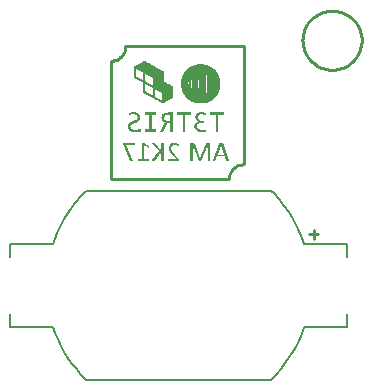
<source format=gbo>
%FSTAX23Y23*%
%MOIN*%
%SFA1B1*%

%IPPOS*%
%ADD15C,0.010000*%
%ADD30C,0.005000*%
%ADD46C,0.000250*%
%ADD47C,0.000500*%
%LNpcb1-1*%
%LPD*%
G36*
X00818Y01385D02*
X00799D01*
Y01328*
X00791*
Y01385*
X00772*
Y01393*
X00818*
Y01385*
G37*
G36*
X00929D02*
X0091D01*
Y01328*
X00901*
Y01385*
X00882*
Y01393*
X00929*
Y01385*
G37*
G36*
X00856Y01393D02*
X00857D01*
X00857Y01393*
X00857*
X00859Y01393*
X0086Y01393*
X0086Y01393*
X00861*
X00861Y01393*
X00861*
X00862Y01392*
X00864Y01392*
X00864Y01392*
X00865*
X00865Y01392*
X00865*
X00866Y01392*
X00867Y01391*
X00868Y01391*
X00868Y01391*
X00868Y01391*
X00868*
Y01383*
X00866Y01384*
X00864Y01385*
X00863Y01385*
X00862Y01385*
X00862Y01385*
X00861Y01385*
X00861*
X00858Y01386*
X00857Y01386*
X00856*
X00855Y01386*
X00854*
X00852Y01386*
X0085Y01386*
X00849Y01385*
X00847Y01385*
X00846Y01384*
X00846Y01384*
X00845Y01384*
X00845Y01384*
X00844Y01383*
X00843Y01381*
X00843Y0138*
X00842Y01379*
X00842Y01378*
X00842Y01377*
Y01376*
Y01376*
Y01376*
X00842Y01374*
X00842Y01373*
X00842Y01373*
X00842Y01372*
X00843Y01372*
X00843Y01371*
Y01371*
X00844Y0137*
X00844Y01369*
X00845Y01368*
X00845Y01368*
X00845Y01368*
X00847Y01367*
X00848Y01366*
X00849Y01366*
X00849Y01366*
X00849Y01366*
X0085*
X00851Y01365*
X00853Y01365*
X00854Y01365*
X00862*
Y01358*
X00855*
X00852Y01358*
X00851Y01358*
X0085Y01358*
X0085Y01357*
X00849Y01357*
X00849Y01357*
X00848*
X00846Y01357*
X00846Y01356*
X00845Y01356*
X00844Y01356*
X00844Y01355*
X00843Y01355*
X00843Y01355*
X00842Y01354*
X00841Y01353*
X0084Y01353*
X0084Y01352*
X0084Y01352*
Y01352*
X0084Y01351*
X00839Y0135*
X00839Y01349*
Y01348*
X00839Y01348*
Y01347*
Y01347*
X00839Y01345*
X00839Y01344*
X00839Y01344*
X00839Y01343*
X0084Y01343*
X0084Y01342*
Y01342*
X00841Y0134*
X00842Y01339*
X00842Y01339*
X00843Y01338*
X00843Y01338*
X00843Y01338*
X00844Y01337*
X00845Y01337*
X00847Y01336*
X00847Y01336*
X00848Y01336*
X00848Y01336*
X00849*
X0085Y01335*
X00851Y01335*
X00853Y01335*
X00854Y01335*
X00855Y01335*
X00859*
X00861Y01335*
X00862*
X00863Y01335*
X00864*
X00866Y01335*
X00867Y01336*
X00868Y01336*
X00869Y01336*
X0087Y01336*
X0087Y01336*
X0087*
Y01328*
X00868Y01328*
X00867Y01328*
X00866Y01328*
X00865*
X00865Y01328*
X00864*
X00862Y01327*
X00861*
X0086Y01327*
X00858*
X00855Y01327*
X00853Y01328*
X00851Y01328*
X00849Y01328*
X00847Y01328*
X00846Y01329*
X00846Y01329*
X00845Y01329*
X00843Y0133*
X00842Y0133*
X0084Y01331*
X00839Y01332*
X00838Y01332*
X00837Y01333*
X00837Y01333*
X00837Y01333*
X00835Y01334*
X00834Y01335*
X00834Y01337*
X00833Y01338*
X00832Y01339*
X00832Y01339*
X00832Y0134*
X00831Y0134*
X00831Y01341*
X0083Y01343*
X0083Y01344*
X0083Y01345*
X0083Y01346*
X0083Y01347*
Y01348*
Y01348*
Y01349*
X0083Y0135*
X0083Y01351*
X0083Y01352*
X00831Y01352*
X00831Y01353*
X00831Y01353*
X00831Y01353*
X00832Y01355*
X00833Y01356*
X00833Y01356*
X00833Y01357*
X00834Y01357*
X00834Y01358*
X00834Y01358*
X00836Y01359*
X00837Y0136*
X00838Y0136*
X00838Y0136*
X00839Y01361*
X00839*
X0084Y01361*
X00842Y01362*
X00843Y01362*
X00843Y01362*
X00843Y01362*
X00843*
X00842Y01363*
X0084Y01364*
X00839Y01365*
X00838Y01366*
X00837Y01367*
X00836Y01368*
X00836Y01368*
X00836Y01368*
X00835Y0137*
X00834Y01371*
X00834Y01373*
X00833Y01374*
X00833Y01376*
X00833Y01377*
Y01377*
Y01377*
Y01377*
Y01379*
X00833Y0138*
X00833Y01381*
X00834Y01382*
X00834Y01383*
X00834Y01384*
X00834Y01384*
X00834Y01384*
X00835Y01385*
X00835Y01386*
X00836Y01387*
X00837Y01388*
X00837Y01388*
X00838Y01389*
X00838Y01389*
X00838Y01389*
X00839Y0139*
X0084Y01391*
X00841Y01391*
X00842Y01392*
X00843Y01392*
X00844Y01392*
X00844Y01392*
X00845*
X00846Y01393*
X00848Y01393*
X00849Y01393*
X00851Y01393*
X00852Y01394*
X00855*
X00856Y01393*
G37*
G36*
X00629D02*
X00631Y01393D01*
X00632Y01393*
X00634Y01393*
X00635Y01392*
X00636Y01392*
X00637Y01392*
X00637Y01392*
X00639Y01391*
X0064Y01391*
X00641Y0139*
X00642Y01389*
X00643Y01389*
X00644Y01388*
X00644Y01388*
X00645Y01388*
X00646Y01387*
X00646Y01386*
X00647Y01385*
X00648Y01384*
X00648Y01383*
X00649Y01383*
X00649Y01382*
X00649Y01382*
X00649Y01381*
X0065Y0138*
X0065Y01379*
X0065Y01378*
Y01377*
X0065Y01376*
Y01376*
Y01376*
X0065Y01374*
X0065Y01373*
X0065Y01372*
X00649Y01371*
X00649Y0137*
X00649Y0137*
X00649Y01369*
Y01369*
X00647Y01367*
X00647Y01366*
X00646Y01366*
X00646Y01365*
X00645Y01365*
X00645Y01364*
X00645Y01364*
X00643Y01363*
X00641Y01362*
X00641Y01361*
X0064Y01361*
X0064Y01361*
X00639Y01361*
X00637Y0136*
X00636Y01359*
X00635Y01359*
X00635Y01358*
X00634Y01358*
X00633Y01358*
X00633Y01358*
X00631Y01357*
X0063Y01357*
X00629Y01356*
X00628Y01356*
X00628Y01356*
X00627Y01356*
X00627Y01355*
X00625Y01355*
X00624Y01354*
X00623Y01354*
X00623Y01353*
X00622Y01353*
X00622Y01353*
X00622Y01353*
X0062Y01352*
X00619Y01351*
X00619Y0135*
X00618Y0135*
X00618Y0135*
X00618Y0135*
X00617Y01349*
X00617Y01348*
X00617Y01347*
X00617Y01346*
X00616Y01346*
Y01345*
Y01345*
X00617Y01343*
X00617Y01342*
X00617Y01342*
X00617Y01341*
X00617Y01341*
Y01341*
X00618Y0134*
X00619Y01339*
X0062Y01338*
X0062Y01338*
X0062Y01338*
X00622Y01337*
X00623Y01336*
X00624Y01336*
X00625Y01336*
X00625Y01336*
X00625*
X00626Y01335*
X00627Y01335*
X00629Y01335*
X0063*
X00631Y01335*
X00634*
X00636Y01335*
X00638Y01335*
X0064Y01335*
X00641Y01336*
X00642Y01336*
X00642Y01336*
X00643*
X00644Y01336*
X00646Y01336*
X00647Y01337*
X00648Y01337*
X0065Y01338*
X0065Y01338*
X00651Y01338*
X00651Y01338*
Y0133*
X0065Y01329*
X00648Y01329*
X00648Y01329*
X00648Y01329*
X00647Y01329*
X00647*
X00646Y01328*
X00644Y01328*
X00644Y01328*
X00643Y01328*
X00643*
X00641Y01328*
X00639Y01328*
X00639*
X00638Y01328*
X00638*
X00636Y01327*
X00635*
X00634Y01327*
X00631*
X00629Y01327*
X00627Y01328*
X00626Y01328*
X00624Y01328*
X00623Y01328*
X00623Y01328*
X00623*
X00621Y01329*
X00619Y01329*
X00618Y0133*
X00617Y01331*
X00616Y01331*
X00615Y01331*
X00615Y01332*
X00614Y01332*
X00613Y01333*
X00612Y01334*
X00611Y01335*
X00611Y01336*
X0061Y01336*
X0061Y01337*
X00609Y01337*
X00609Y01338*
X00609Y01339*
X00608Y0134*
X00608Y01342*
X00608Y01343*
X00607Y01344*
X00607Y01345*
Y01345*
Y01346*
X00607Y01347*
X00608Y01348*
X00608Y01349*
X00608Y0135*
X00608Y01351*
X00609Y01352*
X00609Y01352*
X00609Y01352*
X0061Y01354*
X00611Y01355*
X00611Y01356*
X00612Y01356*
X00612Y01357*
X00613Y01357*
X00613Y01357*
X00615Y01359*
X00616Y0136*
X00617Y0136*
X00618Y01361*
X00618Y01361*
X00618Y01361*
X0062Y01362*
X00621Y01362*
X00622Y01363*
X00623Y01363*
X00624Y01363*
X00624Y01364*
X00624*
X00627Y01365*
X00628Y01365*
X00629Y01365*
X00629Y01366*
X0063Y01366*
X0063Y01366*
X0063*
X00632Y01367*
X00633Y01367*
X00634Y01368*
X00635Y01368*
X00635Y01368*
X00636Y01369*
X00636Y01369*
X00637Y0137*
X00639Y01371*
X00639Y01371*
X00639Y01372*
X00639Y01372*
X0064Y01372*
X0064Y01373*
X0064Y01374*
X00641Y01375*
X00641Y01376*
X00641Y01376*
Y01376*
Y01377*
X00641Y01378*
X0064Y01379*
X0064Y01381*
X00639Y01382*
X00639Y01382*
X00638Y01383*
X00638Y01383*
X00638Y01383*
X00636Y01384*
X00634Y01385*
X00632Y01385*
X00631Y01386*
X00629Y01386*
X00628Y01386*
X00626*
X00624Y01386*
X00623Y01386*
X00621*
X0062Y01386*
X0062Y01385*
X00619Y01385*
X00619*
X00616Y01385*
X00615Y01385*
X00614Y01384*
X00613Y01384*
X00612Y01384*
X00612Y01384*
X00611*
Y01392*
X00613Y01392*
X00614Y01392*
X00614Y01392*
X00615Y01392*
X00615*
X00616Y01392*
X00618Y01393*
X00618*
X00619Y01393*
X00619*
X0062Y01393*
X00622Y01393*
X00622Y01393*
X00623*
X00624Y01393*
X00625Y01394*
X00626*
X00629Y01393*
G37*
G36*
X00703Y01385D02*
X00688D01*
Y01336*
X00703*
Y01328*
X00665*
Y01336*
X0068*
Y01385*
X00665*
Y01393*
X00703*
Y01385*
G37*
G36*
X00759Y01328D02*
X0075D01*
Y01357*
X00746*
X00745Y01357*
X00744Y01357*
X00743Y01357*
X00743*
X00743Y01356*
X00743*
X00741Y01356*
X0074Y01356*
X0074Y01355*
X0074Y01355*
X00739Y01354*
X00738Y01354*
X00737Y01353*
X00737Y01353*
Y01353*
X00736Y01351*
X00736Y0135*
X00735Y0135*
X00735Y01349*
X00735Y01349*
Y01349*
X00725Y01328*
X00715*
X00726Y01349*
X00726Y01351*
X00727Y01352*
X00728Y01353*
X00728Y01354*
X00729Y01355*
X00729Y01355*
X0073Y01355*
X0073Y01356*
X0073Y01356*
X00731Y01357*
X00732Y01358*
X00733Y01358*
X00733Y01358*
X00734Y01359*
X00734Y01359*
X00734*
X00733Y01359*
X00732Y0136*
X00731Y0136*
X0073Y0136*
X00729Y01361*
X00729Y01361*
X00728Y01361*
X00728Y01361*
X00726Y01363*
X00726Y01363*
X00725Y01364*
X00725Y01364*
X00724Y01365*
X00724Y01365*
X00724Y01365*
X00723Y01367*
X00722Y01368*
X00722Y01369*
X00721Y01369*
X00721Y0137*
Y0137*
X00721Y01372*
X00721Y01373*
X0072Y01374*
X0072Y01375*
Y01375*
Y01376*
Y01376*
Y01377*
X00721Y01378*
X00721Y0138*
X00721Y0138*
X00721Y01381*
X00721Y01382*
X00721Y01382*
X00722Y01383*
X00722Y01384*
X00723Y01385*
X00723Y01386*
X00724Y01386*
X00724Y01387*
X00725Y01388*
X00725Y01388*
X00725Y01388*
X00726Y01389*
X00727Y01389*
X00729Y0139*
X0073Y0139*
X00731Y01391*
X00731Y01391*
X00732Y01391*
X00732*
X00734Y01392*
X00735Y01392*
X00737Y01392*
X00738Y01392*
X0074*
X00741Y01393*
X00759*
Y01328*
G37*
G36*
X00631Y01291D02*
X00631Y01291D01*
X00632*
X00632Y0129*
X00632Y0129*
Y0129*
X00632Y01289*
X00632Y01289*
Y01289*
X00633Y01288*
Y01288*
Y01287*
Y01287*
X00632Y01286*
X00632Y01285*
X00632Y01285*
Y01285*
X00632Y01284*
X00631Y01284*
X00631Y01284*
X00601*
X00625Y01232*
X00625Y01232*
X00625Y01231*
Y01231*
Y01231*
X00625Y01231*
X00625Y0123*
X00625Y0123*
Y0123*
X00624Y0123*
X00624Y0123*
X00623Y0123*
X00623*
X00622Y0123*
X0062*
X00619Y0123*
X00619*
X00618Y0123*
X00618*
X00617Y0123*
X00617*
X00617Y0123*
X00616Y0123*
X00616*
X00616Y01231*
X00616Y01231*
Y01231*
X00594Y01282*
X00594Y01283*
X00593Y01283*
X00593Y01283*
Y01283*
X00593Y01284*
X00593Y01284*
Y01284*
X00593Y01285*
Y01285*
X00593Y01286*
Y01286*
X00593Y01286*
Y01287*
Y01287*
Y01287*
Y01288*
X00593Y01289*
X00593Y01289*
Y01289*
X00593Y0129*
X00593Y0129*
X00593Y0129*
Y0129*
X00593Y0129*
X00594Y01291*
X00594Y01291*
X00594*
X00595Y01291*
X00631*
X00631Y01291*
G37*
G36*
X0066Y01291D02*
X00661D01*
X00661Y01291*
X00661*
X00662Y01291*
X00662Y01291*
X00662*
X00663Y01291*
X00677Y01282*
X00677Y01281*
X00677Y01281*
X00677Y01281*
X00678Y01281*
X00678Y01281*
Y01281*
X00678Y0128*
X00678Y0128*
Y0128*
Y01279*
Y01278*
Y01278*
Y01277*
X00678Y01277*
Y01277*
Y01276*
X00678Y01276*
X00678Y01276*
X00677Y01275*
Y01275*
X00677Y01275*
X00677*
X00676Y01275*
X00676Y01275*
X00675Y01276*
X00675Y01276*
X00663Y01283*
Y01236*
X00676*
X00677Y01236*
X00677Y01236*
X00677*
X00677Y01236*
X00677Y01236*
Y01235*
X00677Y01235*
X00677Y01235*
X00678Y01235*
Y01234*
X00678Y01234*
Y01233*
Y01233*
Y01232*
X00678Y01232*
Y01232*
Y01231*
X00677Y01231*
X00677Y01231*
Y0123*
X00677Y0123*
X00677Y0123*
X00676Y0123*
X00644*
X00644Y0123*
X00644*
X00643Y0123*
X00643Y0123*
X00643Y01231*
X00643Y01231*
Y01231*
X00643Y01232*
X00642Y01232*
Y01233*
Y01233*
Y01234*
X00643Y01234*
X00643Y01234*
Y01234*
X00643Y01235*
X00643Y01235*
X00643Y01235*
Y01235*
X00643Y01236*
X00643Y01236*
X00643*
X00644Y01236*
X00655*
Y0129*
X00655Y0129*
X00655Y01291*
X00656Y01291*
X00656Y01291*
X00656Y01291*
X00656*
X00656Y01291*
X00657Y01291*
X00657Y01291*
X00657*
X00658Y01291*
X0066*
X0066Y01291*
G37*
G36*
X00726Y01291D02*
X00726Y01291D01*
X00726*
X00727Y01291*
X00727*
X00728Y01291*
X00728*
X00728Y01291*
X00728Y0129*
Y0129*
X00728Y0129*
Y0129*
Y0129*
Y01231*
X00728Y01231*
Y01231*
Y0123*
X00728Y0123*
X00728Y0123*
X00728*
X00727Y0123*
X00727*
X00726Y0123*
X00726*
X00726Y0123*
X00724*
X00723Y0123*
X00723*
X00722Y0123*
X00722*
X00721Y0123*
X00721*
X00721Y0123*
X00721Y0123*
X0072Y01231*
Y01231*
Y01262*
X00698Y01231*
X00697Y01231*
X00697Y0123*
X00697Y0123*
X00697Y0123*
X00696Y0123*
X00696Y0123*
X00696*
X00695Y0123*
X00692*
X00691Y0123*
X00691*
X0069Y0123*
X0069*
X0069Y0123*
X00689*
X00689Y0123*
X00689Y0123*
X00689Y0123*
X00689Y01231*
Y01231*
X00689Y01232*
X00689Y01232*
Y01232*
X00689Y01232*
X00689Y01233*
X0069Y01233*
X0069Y01234*
X00712Y01263*
X00691Y01287*
X00691Y01287*
X0069Y01288*
X0069Y01288*
Y01288*
X0069Y01289*
X0069Y01289*
Y0129*
Y0129*
X0069Y0129*
X0069Y0129*
X0069Y0129*
X0069Y01291*
X00691Y01291*
X00691*
X00691Y01291*
X00691Y01291*
X00692Y01291*
X00692*
X00693Y01291*
X00693Y01291*
X00695*
X00696Y01291*
X00696*
X00696Y01291*
X00697Y01291*
X00697Y01291*
X00697*
X00698Y01291*
X00698Y0129*
X00698Y0129*
X00699Y0129*
X00699Y0129*
X00699Y0129*
X0072Y01263*
Y0129*
X0072Y0129*
X00721Y0129*
X00721Y01291*
X00721Y01291*
X00721*
X00722Y01291*
X00722*
X00722Y01291*
X00723*
X00723Y01291*
X00724Y01291*
X00725*
X00726Y01291*
G37*
G36*
X0088Y01291D02*
X0088Y0129D01*
X00881Y0129*
X00881Y0129*
X00882Y01289*
X00882Y01288*
X00882Y01288*
Y01287*
Y01287*
Y01231*
X00882Y01231*
Y0123*
Y0123*
X00882Y0123*
X00882Y0123*
X00881Y0123*
X00881*
X00881Y0123*
X00881*
X0088Y0123*
X0088*
X00879Y0123*
X00877*
X00877Y0123*
X00876*
X00876Y0123*
X00875*
X00875Y0123*
X00875*
X00874Y0123*
X00874Y0123*
X00874Y01231*
Y01231*
Y01231*
Y01284*
X00853Y01231*
X00853Y0123*
X00853Y0123*
X00852Y0123*
X00852Y0123*
X00852*
X00851Y0123*
X00851Y0123*
X00851*
X00851Y0123*
X00849*
X00848Y0123*
X00848*
X00847Y0123*
X00847*
X00847Y0123*
X00847*
X00846Y0123*
X00846Y0123*
X00846Y0123*
X00846Y01231*
X00845Y01231*
X00824Y01284*
X00824*
Y01231*
X00824Y01231*
Y0123*
Y0123*
X00823Y0123*
X00823Y0123*
X00823*
X00823Y0123*
X00822*
X00822Y0123*
X00822*
X00821Y0123*
X00819*
X00818Y0123*
X00818*
X00817Y0123*
X00817*
X00817Y0123*
X00817*
X00816Y0123*
X00816Y0123*
X00816Y01231*
Y01231*
Y01231*
Y01287*
Y01288*
X00816Y01288*
X00816Y01289*
X00816Y01289*
X00816Y01289*
X00816Y0129*
X00817Y0129*
X00817Y0129*
X00817Y01291*
X00818Y01291*
X00818*
X00818Y01291*
X00819Y01291*
X00825*
X00826Y01291*
X00826Y01291*
X00826Y01291*
X00827Y0129*
X00828Y0129*
X00828Y0129*
X00828Y0129*
X00829Y01289*
X00829Y01289*
X00829Y01288*
X0083Y01288*
X0083Y01287*
X0083Y01287*
X0083Y01286*
X00831Y01286*
Y01286*
X00849Y01242*
X00849*
X00867Y01286*
X00867Y01287*
X00867Y01288*
X00867Y01288*
X00868Y01288*
X00868Y01289*
X00869Y01289*
X00869Y0129*
X00869Y0129*
X0087Y0129*
X0087Y0129*
X00871Y01291*
X00871*
X00872Y01291*
X00873Y01291*
X00879*
X0088Y01291*
G37*
G36*
X0092Y01291D02*
X00921D01*
X00921Y01291*
X00922Y01291*
X00922Y01291*
X00922*
X00923Y01291*
X00923Y0129*
X00923Y0129*
X00923Y0129*
X00924Y0129*
Y0129*
X00944Y01233*
X00944Y01232*
X00944Y01231*
X00944Y01231*
Y01231*
X00944Y01231*
X00944Y0123*
X00944Y0123*
Y0123*
X00944Y0123*
X00943Y0123*
X00943Y0123*
X00943*
X00942Y0123*
X0094*
X00939Y0123*
X00938*
X00938Y0123*
X00937*
X00937Y0123*
X00937*
X00937Y0123*
X00936Y0123*
X00936Y01231*
X00936Y01231*
Y01231*
X00931Y01246*
X00906*
X009Y01231*
X009Y01231*
X009Y0123*
Y0123*
X009Y0123*
X00899Y0123*
X00899Y0123*
X00898*
X00898Y0123*
X00898*
X00897Y0123*
X00895*
X00894Y0123*
X00893*
X00893Y0123*
X00892Y0123*
X00892Y0123*
X00892*
X00892Y0123*
X00892Y01231*
Y01231*
Y01231*
Y01232*
X00892Y01232*
X00892Y01233*
X00892Y01233*
X00913Y01289*
X00913Y0129*
X00913Y0129*
X00913Y0129*
X00913Y01291*
X00914Y01291*
X00914Y01291*
X00914*
X00915Y01291*
X00915Y01291*
X00916Y01291*
X00916*
X00917Y01291*
X0092*
X0092Y01291*
G37*
G36*
X00764Y01292D02*
X00765Y01292D01*
X00766*
X00767Y01292*
X00767Y01291*
X00768Y01291*
X00768*
X00769Y01291*
X0077Y01291*
X00771Y0129*
X00771Y0129*
X00772Y0129*
X00772Y0129*
X00772*
X00774Y01289*
X00775Y01289*
X00775Y01289*
X00776Y01288*
X00776Y01288*
X00776*
X00777Y01288*
X00777Y01287*
X00778Y01287*
X00778Y01287*
X00778Y01286*
X00778Y01286*
Y01286*
X00779Y01286*
X00779Y01285*
Y01285*
X00779Y01285*
Y01284*
Y01284*
Y01284*
Y01283*
Y01283*
Y01283*
Y01282*
Y01282*
Y01281*
X00779Y01281*
Y01281*
X00779Y0128*
Y0128*
X00778Y0128*
X00778Y0128*
X00778Y0128*
X00778*
X00777Y0128*
X00777Y0128*
X00776Y0128*
X00776Y0128*
X00775Y01281*
X00774Y01281*
X00773Y01282*
X00773Y01282*
X00773*
X00771Y01283*
X0077Y01283*
X00769Y01284*
X00769Y01284*
X00769Y01284*
X00769*
X00767Y01284*
X00765Y01285*
X00764Y01285*
X00763*
X00762Y01285*
X00761Y01284*
X0076Y01284*
X0076Y01284*
X00759Y01284*
X00759Y01284*
X00759*
X00757Y01283*
X00757Y01283*
X00756Y01282*
X00756Y01282*
Y01282*
X00755Y01281*
X00754Y0128*
X00754Y01279*
X00754Y01279*
X00754Y01279*
Y01278*
X00753Y01277*
X00753Y01276*
X00753Y01275*
Y01275*
Y01275*
Y01275*
X00753Y01273*
X00753Y01272*
X00753Y01271*
Y01271*
X00753Y0127*
Y0127*
X00754Y01269*
X00754Y01267*
X00755Y01266*
X00755Y01266*
X00755Y01265*
X00755Y01265*
X00756Y01264*
X00756Y01263*
X00757Y01262*
X00758Y01261*
X00758Y0126*
X00759Y01259*
X00759Y01259*
X00759Y01259*
X0076Y01257*
X00761Y01256*
X00762Y01255*
X00763Y01254*
X00764Y01253*
X00765Y01252*
X00766Y01251*
X00766Y01251*
X00778Y01238*
X00779Y01238*
X00779Y01237*
X00779Y01237*
X0078Y01237*
X0078Y01236*
Y01236*
X0078Y01235*
X0078Y01235*
Y01235*
Y01234*
Y01234*
Y01234*
Y01233*
Y01233*
X0078Y01232*
Y01232*
Y01232*
X0078Y01231*
X0078Y01231*
X0078Y01231*
Y0123*
X00779Y0123*
X00779Y0123*
X00779*
X00778Y0123*
X00744*
X00743Y0123*
X00743*
X00742Y0123*
X00742Y01231*
Y01231*
X00742Y01231*
X00742Y01232*
Y01232*
X00742Y01232*
X00742Y01233*
Y01233*
Y01233*
Y01234*
X00742Y01234*
X00742Y01235*
Y01235*
X00742Y01235*
X00742Y01235*
X00742Y01236*
Y01236*
X00743Y01236*
X00743Y01237*
X00743*
X00743Y01237*
X0077*
X00761Y01247*
X00759Y01249*
X00757Y01251*
X00756Y01252*
X00754Y01254*
X00754Y01255*
X00753Y01256*
X00752Y01256*
X00752Y01256*
X00751Y01258*
X0075Y01259*
X00749Y0126*
X00749Y01262*
X00748Y01263*
X00748Y01263*
X00748Y01264*
X00747Y01264*
X00746Y01266*
X00746Y01267*
X00746Y01268*
X00745Y01269*
X00745Y0127*
X00745Y0127*
Y0127*
X00745Y01272*
X00745Y01273*
Y01274*
X00745Y01275*
Y01275*
Y01276*
Y01276*
X00745Y01278*
X00745Y01279*
X00745Y0128*
X00745Y01281*
X00745Y01282*
X00746Y01282*
Y01282*
X00747Y01284*
X00747Y01285*
X00748Y01286*
X00748Y01286*
X00749Y01287*
X00749Y01287*
X00749Y01287*
X00751Y01289*
X00753Y0129*
X00753Y0129*
X00754Y0129*
X00754Y01291*
X00754*
X00756Y01291*
X00757Y01291*
X00758Y01292*
X0076Y01292*
X00761*
X00762Y01292*
X00762*
X00764Y01292*
G37*
%LNpcb1-2*%
%LPC*%
G36*
X0075Y01385D02*
X00742D01*
X0074Y01385*
X00738Y01385*
X00736Y01384*
X00735Y01384*
X00734Y01383*
X00733Y01383*
X00733Y01383*
X00733Y01383*
X00732Y01382*
X00731Y0138*
X0073Y01379*
X0073Y01378*
X0073Y01377*
X00729Y01376*
Y01375*
Y01375*
Y01375*
X0073Y01373*
X0073Y01372*
X0073Y01371*
X0073Y01371*
X0073Y0137*
X0073Y0137*
Y0137*
X00731Y01369*
X00732Y01368*
X00733Y01367*
X00733Y01367*
X00733Y01367*
X00735Y01366*
X00736Y01365*
X00737Y01365*
X00737Y01365*
X00737Y01365*
X00737*
X00739Y01364*
X00741Y01364*
X00742Y01364*
X0075*
Y01385*
G37*
G36*
X00919Y01283D02*
X00918D01*
X00908Y01252*
X00929*
X00919Y01283*
G37*
%LNpcb1-3*%
%LPD*%
G54D15*
X00994Y0122D02*
D01*
X0099Y0122*
X00987Y01219*
X00983Y01219*
X0098Y01218*
X00977Y01217*
X00974Y01216*
X0097Y01214*
X00968Y01212*
X00965Y01211*
X00962Y01208*
X00959Y01206*
X00957Y01204*
X00955Y01201*
X00953Y01198*
X00951Y01195*
X00949Y01192*
X00948Y01189*
X00947Y01186*
X00946Y01183*
X00945Y01179*
X00945Y01176*
X00944Y01172*
X00944Y01171*
X00551Y01564D02*
D01*
X00554Y01565*
X00558Y01565*
X00561Y01566*
X00564Y01566*
X00568Y01567*
X00571Y01569*
X00574Y0157*
X00577Y01572*
X0058Y01574*
X00582Y01576*
X00585Y01578*
X00587Y01581*
X00589Y01583*
X00591Y01586*
X00593Y01589*
X00595Y01592*
X00596Y01595*
X00597Y01598*
X00598Y01602*
X00599Y01605*
X006Y01609*
X006Y01612*
X006Y01614*
X01387Y01633D02*
D01*
X01387Y0164*
X01386Y01647*
X01385Y01654*
X01383Y0166*
X01381Y01667*
X01379Y01673*
X01376Y0168*
X01372Y01686*
X01368Y01691*
X01364Y01697*
X0136Y01702*
X01355Y01707*
X01349Y01711*
X01344Y01715*
X01338Y01719*
X01332Y01722*
X01326Y01725*
X01319Y01727*
X01313Y01729*
X01306Y0173*
X01299Y01731*
X01292Y01732*
X01285*
X01279Y01731*
X01272Y0173*
X01265Y01729*
X01258Y01727*
X01252Y01725*
X01246Y01722*
X0124Y01719*
X01234Y01715*
X01228Y01711*
X01223Y01707*
X01218Y01702*
X01213Y01697*
X01209Y01691*
X01205Y01686*
X01202Y0168*
X01199Y01673*
X01196Y01667*
X01194Y0166*
X01193Y01654*
X01191Y01647*
X01191Y0164*
X0119Y01633*
X01191Y01626*
X01191Y0162*
X01193Y01613*
X01194Y01606*
X01196Y016*
X01199Y01593*
X01202Y01587*
X01205Y01581*
X01209Y01576*
X01213Y0157*
X01218Y01565*
X01223Y0156*
X01228Y01556*
X01234Y01552*
X0124Y01548*
X01246Y01545*
X01252Y01542*
X01258Y0154*
X01265Y01538*
X01272Y01536*
X01279Y01535*
X01285Y01535*
X01292*
X01299Y01535*
X01306Y01536*
X01313Y01538*
X01319Y0154*
X01326Y01542*
X01332Y01545*
X01338Y01548*
X01344Y01552*
X01349Y01556*
X01355Y0156*
X0136Y01565*
X01363Y01569*
X01387Y01633D02*
D01*
X01387Y0164*
X01386Y01647*
X01385Y01654*
X01383Y0166*
X01381Y01667*
X01379Y01673*
X01376Y0168*
X01372Y01686*
X01368Y01691*
X01364Y01697*
X0136Y01702*
X01355Y01707*
X01349Y01711*
X01344Y01715*
X01338Y01719*
X01332Y01722*
X01326Y01725*
X01319Y01727*
X01313Y01729*
X01306Y0173*
X01299Y01731*
X01292Y01732*
X01285*
X01279Y01731*
X01272Y0173*
X01265Y01729*
X01258Y01727*
X01252Y01725*
X01246Y01722*
X0124Y01719*
X01234Y01715*
X01228Y01711*
X01223Y01707*
X01218Y01702*
X01213Y01697*
X01209Y01691*
X01205Y01686*
X01202Y0168*
X01199Y01673*
X01196Y01667*
X01194Y0166*
X01193Y01654*
X01191Y01647*
X01191Y0164*
X0119Y01633*
X01191Y01626*
X01191Y0162*
X01193Y01613*
X01194Y01606*
X01196Y016*
X01199Y01593*
X01202Y01587*
X01205Y01581*
X01209Y01576*
X01213Y0157*
X01218Y01565*
X01223Y0156*
X01228Y01556*
X01234Y01552*
X0124Y01548*
X01246Y01545*
X01252Y01542*
X01258Y0154*
X01265Y01538*
X01272Y01536*
X01279Y01535*
X01285Y01535*
X01292*
X01299Y01535*
X01306Y01536*
X01313Y01538*
X01319Y0154*
X01326Y01542*
X01332Y01545*
X01338Y01548*
X01344Y01552*
X01349Y01556*
X01355Y0156*
X0136Y01565*
X01363Y01569*
X01387Y01633D02*
D01*
X01387Y0164*
X01386Y01647*
X01385Y01654*
X01383Y0166*
X01381Y01667*
X01379Y01673*
X01376Y0168*
X01372Y01686*
X01368Y01691*
X01364Y01697*
X0136Y01702*
X01355Y01707*
X01349Y01711*
X01344Y01715*
X01338Y01719*
X01332Y01722*
X01326Y01725*
X01319Y01727*
X01313Y01729*
X01306Y0173*
X01299Y01731*
X01292Y01732*
X01285*
X01279Y01731*
X01272Y0173*
X01265Y01729*
X01258Y01727*
X01252Y01725*
X01246Y01722*
X0124Y01719*
X01234Y01715*
X01228Y01711*
X01223Y01707*
X01218Y01702*
X01213Y01697*
X01209Y01691*
X01205Y01686*
X01202Y0168*
X01199Y01673*
X01196Y01667*
X01194Y0166*
X01193Y01654*
X01191Y01647*
X01191Y0164*
X0119Y01633*
X01191Y01626*
X01191Y0162*
X01193Y01613*
X01194Y01606*
X01196Y016*
X01199Y01593*
X01202Y01587*
X01205Y01581*
X01209Y01576*
X01213Y0157*
X01218Y01565*
X01223Y0156*
X01228Y01556*
X01234Y01552*
X0124Y01548*
X01246Y01545*
X01252Y01542*
X01258Y0154*
X01265Y01538*
X01272Y01536*
X01279Y01535*
X01285Y01535*
X01292*
X01299Y01535*
X01306Y01536*
X01313Y01538*
X01319Y0154*
X01326Y01542*
X01332Y01545*
X01338Y01548*
X01344Y01552*
X01349Y01556*
X01355Y0156*
X0136Y01565*
X01364Y0157*
X01368Y01576*
X01372Y01581*
X01376Y01587*
X01379Y01593*
X01381Y016*
X01383Y01606*
X01385Y01613*
X01386Y0162*
X01387Y01626*
X01387Y01633*
X006Y01614D02*
X00944D01*
X00994D01*
Y0122D02*
Y01614D01*
X00551Y01171D02*
X00944D01*
X00551D02*
Y01564D01*
X01227Y00971D02*
Y01001D01*
X01212Y00986D02*
X01242D01*
G54D30*
X0134Y00911D02*
Y00954D01*
X01196D02*
X0134D01*
Y00679D02*
Y00722D01*
X01196Y00679D02*
X0134D01*
X00214Y00954D02*
X00358D01*
X00214Y00911D02*
Y00954D01*
Y00679D02*
X00358D01*
X00214D02*
Y00722D01*
X00358Y00679D02*
X00365Y00659D01*
X00377Y00632*
X00382Y00621*
X00389Y00607*
X00396Y00594*
X00405Y00579*
X00413Y00567*
X00422Y00554*
X00437Y00536*
X0045Y0052*
X00468Y00502*
X01187Y00653D02*
X01196Y00679D01*
X01175Y00625D02*
X01187Y00653D01*
X01167Y0061D02*
X01175Y00625D01*
X01156Y00591D02*
X01167Y0061D01*
X0114Y00566D02*
X01156Y00591D01*
X0112Y00539D02*
X0114Y00566D01*
X01106Y00522D02*
X0112Y00539D01*
X01086Y00502D02*
X01106Y00522D01*
X01189Y00975D02*
X01196Y00954D01*
X01172Y01012D02*
X01189Y00975D01*
X01158Y01038D02*
X01172Y01012D01*
X01145Y0106D02*
X01158Y01038D01*
X01129Y01081D02*
X01145Y0106D01*
X01113Y01103D02*
X01129Y01081D01*
X01095Y01123D02*
X01113Y01103D01*
X01086Y01131D02*
X01095Y01123D01*
X00358Y00954D02*
X00364Y0097D01*
X00372Y00991*
X00382Y01012*
X00396Y01039*
X00416Y01069*
X00433Y01092*
X00454Y01116*
X00467Y0113*
X00468Y01131D02*
X01086D01*
X00468Y00501D02*
X01086D01*
G54D46*
X00722Y01427D02*
X00723D01*
X00721Y01427D02*
X00724D01*
X00721Y01428D02*
X00724D01*
X00721Y01428D02*
X00725D01*
X0072Y01428D02*
X00725D01*
X0072Y01428D02*
X00726D01*
X00719Y01429D02*
X00726D01*
X00719Y01429D02*
X00727D01*
X00718Y01429D02*
X00727D01*
X00718Y01429D02*
X00728D01*
X00717Y0143D02*
X00728D01*
X00717Y0143D02*
X00729D01*
X00716Y0143D02*
X00729D01*
X00716Y0143D02*
X00729D01*
X00716Y01431D02*
X0073D01*
X00715Y01431D02*
X0073D01*
X00715Y01431D02*
X00731D01*
X00714Y01431D02*
X00721D01*
X00721D02*
X00731D01*
X00714Y01432D02*
X0072D01*
X00721D02*
X00732D01*
X00713Y01432D02*
X0072D01*
X00721D02*
X00732D01*
X00713Y01432D02*
X00719D01*
X00721D02*
X00733D01*
X00712Y01432D02*
X00719D01*
X00721D02*
X00733D01*
X00712Y01433D02*
X00718D01*
X00721D02*
X00734D01*
X00711Y01433D02*
X00718D01*
X00721D02*
X00734D01*
X00711Y01433D02*
X00718D01*
X00721D02*
X00734D01*
X0071Y01433D02*
X00717D01*
X00721D02*
X00735D01*
X0071Y01434D02*
X00717D01*
X00721D02*
X00735D01*
X0071Y01434D02*
X00716D01*
X00721D02*
X00736D01*
X00709Y01434D02*
X00716D01*
X00721D02*
X00736D01*
X00709Y01434D02*
X00715D01*
X00721D02*
X00737D01*
X00708Y01435D02*
X00715D01*
X00721D02*
X00737D01*
X00708Y01435D02*
X00714D01*
X00721D02*
X00738D01*
X00707Y01435D02*
X00714D01*
X00721D02*
X00738D01*
X00707Y01435D02*
X00713D01*
X00721D02*
X00739D01*
X00706Y01436D02*
X00713D01*
X00721D02*
X00739D01*
X00706Y01436D02*
X00713D01*
X00721D02*
X0074D01*
X00705Y01436D02*
X00712D01*
X00721D02*
X0074D01*
X00705Y01436D02*
X00712D01*
X00721D02*
X0074D01*
X00705Y01437D02*
X00711D01*
X00721D02*
X00741D01*
X00704Y01437D02*
X00711D01*
X00721D02*
X00741D01*
X00704Y01437D02*
X0071D01*
X00721D02*
X00742D01*
X00703Y01437D02*
X0071D01*
X00721D02*
X00742D01*
X00703Y01438D02*
X00709D01*
X00721D02*
X00743D01*
X00702Y01438D02*
X00709D01*
X00721D02*
X00743D01*
X00702Y01438D02*
X00708D01*
X00721D02*
X00744D01*
X00701Y01438D02*
X00708D01*
X00721D02*
X00744D01*
X00701Y01439D02*
X00707D01*
X00721D02*
X00745D01*
X007Y01439D02*
X00707D01*
X00721D02*
X00745D01*
X007Y01439D02*
X00707D01*
X00721D02*
X00745D01*
X00699Y01439D02*
X00706D01*
X00721D02*
X00746D01*
X00699Y0144D02*
X00706D01*
X00721D02*
X00746D01*
X00699Y0144D02*
X00705D01*
X00721D02*
X00747D01*
X00698Y0144D02*
X00705D01*
X00721D02*
X00747D01*
X00698Y0144D02*
X00704D01*
X00721D02*
X00748D01*
X00697Y01441D02*
X00704D01*
X00721D02*
X00748D01*
X00697Y01441D02*
X00703D01*
X00721D02*
X00749D01*
X00696Y01441D02*
X00703D01*
X00721D02*
X00749D01*
X00696Y01441D02*
X00702D01*
X00721D02*
X0075D01*
X00695Y01442D02*
X00702D01*
X00721D02*
X0075D01*
X00695Y01442D02*
X00702D01*
X00721D02*
X00751D01*
X00694Y01442D02*
X00701D01*
X00721D02*
X00751D01*
X00694Y01442D02*
X00701D01*
X00721D02*
X00751D01*
X00694Y01443D02*
X007D01*
X00721D02*
X00752D01*
X00693Y01443D02*
X007D01*
X00721D02*
X00752D01*
X00693Y01443D02*
X00699D01*
X00721D02*
X00753D01*
X00692Y01443D02*
X00699D01*
X00721D02*
X00753D01*
X00692Y01444D02*
X00698D01*
X00721D02*
X00754D01*
X00691Y01444D02*
X00698D01*
X00721D02*
X00754D01*
X00691Y01444D02*
X00697D01*
X00721D02*
X00754D01*
X0069Y01444D02*
X00697D01*
X00721D02*
X00755D01*
X0069Y01445D02*
X00696D01*
X00721D02*
X00755D01*
X00689Y01445D02*
X00696D01*
X00721D02*
X00755D01*
X00689Y01445D02*
X00696D01*
X00721D02*
X00755D01*
X00688Y01445D02*
X00695D01*
X00721D02*
X00755D01*
X00688Y01446D02*
X00695D01*
X00721D02*
X00755D01*
X00688Y01446D02*
X00694D01*
X00721D02*
X00755D01*
X00687Y01446D02*
X00694D01*
X00721D02*
X00755D01*
X00687Y01446D02*
X00694D01*
X00721D02*
X00755D01*
X00686Y01447D02*
X00694D01*
X00721D02*
X00755D01*
X00686Y01447D02*
X00694D01*
X00721D02*
X00755D01*
X00685Y01447D02*
X00694D01*
X00721D02*
X00755D01*
X00685Y01447D02*
X00694D01*
X00721D02*
X00755D01*
X00684Y01448D02*
X00694D01*
X00721D02*
X00755D01*
X00684Y01448D02*
X00694D01*
X00721D02*
X00755D01*
X00683Y01448D02*
X0069D01*
X00691D02*
X00694D01*
X00721D02*
X00755D01*
X00683Y01448D02*
X0069D01*
X00691D02*
X00694D01*
X00721D02*
X00755D01*
X00683Y01449D02*
X00689D01*
X00691D02*
X00694D01*
X00721D02*
X00755D01*
X00682Y01449D02*
X00689D01*
X00691D02*
X00694D01*
X00721D02*
X00755D01*
X00682Y01449D02*
X00688D01*
X00691D02*
X00694D01*
X00721D02*
X00755D01*
X00681Y01449D02*
X00688D01*
X00691D02*
X00694D01*
X00721D02*
X00755D01*
X00681Y0145D02*
X00687D01*
X00691D02*
X00694D01*
X00721D02*
X00755D01*
X0068Y0145D02*
X00687D01*
X00691D02*
X00694D01*
X00721D02*
X00755D01*
X0068Y0145D02*
X00686D01*
X00691D02*
X00694D01*
X00721D02*
X00755D01*
X00679Y0145D02*
X00686D01*
X00691D02*
X00694D01*
X00721D02*
X00755D01*
X00679Y01451D02*
X00685D01*
X00691D02*
X00694D01*
X00721D02*
X00755D01*
X00678Y01451D02*
X00685D01*
X00691D02*
X00694D01*
X00721D02*
X00755D01*
X00678Y01451D02*
X00685D01*
X00691D02*
X00694D01*
X00721D02*
X00755D01*
X00677Y01451D02*
X00684D01*
X00691D02*
X00694D01*
X00721D02*
X00755D01*
X00677Y01452D02*
X00684D01*
X00691D02*
X00694D01*
X00721D02*
X00755D01*
X00677Y01452D02*
X00683D01*
X00691D02*
X00694D01*
X00721D02*
X00755D01*
X00676Y01452D02*
X00683D01*
X00691D02*
X00694D01*
X00721D02*
X00755D01*
X00676Y01452D02*
X00682D01*
X00691D02*
X00694D01*
X00721D02*
X00755D01*
X00675Y01453D02*
X00682D01*
X00691D02*
X00694D01*
X00721D02*
X00755D01*
X00675Y01453D02*
X00681D01*
X00691D02*
X00694D01*
X00721D02*
X00755D01*
X00674Y01453D02*
X00681D01*
X00691D02*
X00694D01*
X00721D02*
X00755D01*
X00674Y01453D02*
X0068D01*
X00691D02*
X00694D01*
X00721D02*
X00755D01*
X00673Y01454D02*
X0068D01*
X00691D02*
X00694D01*
X00721D02*
X00755D01*
X00673Y01454D02*
X0068D01*
X00691D02*
X00694D01*
X00721D02*
X00755D01*
X00672Y01454D02*
X00679D01*
X00691D02*
X00694D01*
X00721D02*
X00755D01*
X00672Y01454D02*
X00679D01*
X00691D02*
X00694D01*
X00721D02*
X00755D01*
X00672Y01455D02*
X00678D01*
X00691D02*
X00694D01*
X00721D02*
X00755D01*
X00671Y01455D02*
X00678D01*
X00691D02*
X00694D01*
X00721D02*
X00755D01*
X00671Y01455D02*
X00677D01*
X00691D02*
X00694D01*
X00721D02*
X00755D01*
X0067Y01455D02*
X00677D01*
X00691D02*
X00694D01*
X00721D02*
X00755D01*
X0067Y01456D02*
X00676D01*
X00691D02*
X00694D01*
X00721D02*
X00755D01*
X00669Y01456D02*
X00676D01*
X00691D02*
X00694D01*
X00721D02*
X00755D01*
X00669Y01456D02*
X00675D01*
X00691D02*
X00694D01*
X00721D02*
X00755D01*
X00668Y01456D02*
X00675D01*
X00691D02*
X00694D01*
X00721D02*
X00755D01*
X00668Y01457D02*
X00675D01*
X00691D02*
X00694D01*
X00721D02*
X00755D01*
X00667Y01457D02*
X00674D01*
X00691D02*
X00694D01*
X00721D02*
X00755D01*
X00667Y01457D02*
X00674D01*
X00691D02*
X00694D01*
X00721D02*
X00755D01*
X00667Y01457D02*
X00673D01*
X00691D02*
X00694D01*
X00721D02*
X00755D01*
X00666Y01458D02*
X00673D01*
X00691D02*
X00694D01*
X00721D02*
X00755D01*
X00666Y01458D02*
X00672D01*
X00691D02*
X00694D01*
X00721D02*
X00755D01*
X00665Y01458D02*
X00672D01*
X00691D02*
X00694D01*
X00721D02*
X00755D01*
X00665Y01458D02*
X00671D01*
X00691D02*
X00694D01*
X00721D02*
X00755D01*
X00664Y01459D02*
X00671D01*
X00691D02*
X00694D01*
X00721D02*
X00755D01*
X00664Y01459D02*
X0067D01*
X00691D02*
X00694D01*
X00721D02*
X00755D01*
X00663Y01459D02*
X0067D01*
X00691D02*
X00694D01*
X00721D02*
X00755D01*
X00663Y01459D02*
X00669D01*
X00691D02*
X00694D01*
X00721D02*
X00755D01*
X00662Y0146D02*
X00669D01*
X00691D02*
X00694D01*
X00721D02*
X00755D01*
X00662Y0146D02*
X00669D01*
X00691D02*
X00694D01*
X00721D02*
X00755D01*
X00661Y0146D02*
X00668D01*
X00691D02*
X00694D01*
X00721D02*
X00755D01*
X00661Y0146D02*
X00668D01*
X00691D02*
X00694D01*
X00721D02*
X00755D01*
X00661Y01461D02*
X00667D01*
X00691D02*
X00694D01*
X00721D02*
X00755D01*
X0066Y01461D02*
X00667D01*
X00691D02*
X00694D01*
X00721D02*
X00755D01*
X0066Y01461D02*
X00666D01*
X00691D02*
X00694D01*
X00721D02*
X00755D01*
X0066Y01461D02*
X00666D01*
X00691D02*
X00694D01*
X0072D02*
X00755D01*
X0066Y01462D02*
X00665D01*
X00691D02*
X00694D01*
X0072D02*
X00755D01*
X0066Y01462D02*
X00665D01*
X00691D02*
X00694D01*
X00719D02*
X00755D01*
X0066Y01462D02*
X00664D01*
X00691D02*
X00694D01*
X00719D02*
X00755D01*
X0066Y01462D02*
X00664D01*
X00691D02*
X00694D01*
X00718D02*
X00755D01*
X0066Y01463D02*
X00664D01*
X00691D02*
X00694D01*
X00718D02*
X00755D01*
X0066Y01463D02*
X00663D01*
X00691D02*
X00694D01*
X00718D02*
X00755D01*
X0066Y01463D02*
X00663D01*
X00691D02*
X00694D01*
X00717D02*
X00755D01*
X0066Y01463D02*
X00663D01*
X00691D02*
X00694D01*
X00717D02*
X00755D01*
X0066Y01464D02*
X00663D01*
X00691D02*
X00694D01*
X00716D02*
X00755D01*
X0066Y01464D02*
X00663D01*
X00691D02*
X00694D01*
X00716D02*
X00755D01*
X0066Y01464D02*
X00663D01*
X00691D02*
X00694D01*
X00715D02*
X00755D01*
X0066Y01464D02*
X00663D01*
X00691D02*
X00694D01*
X00715D02*
X00755D01*
X0066Y01465D02*
X00663D01*
X00691D02*
X00694D01*
X00714D02*
X00755D01*
X0066Y01465D02*
X00663D01*
X00691D02*
X00694D01*
X00714D02*
X00755D01*
X0066Y01465D02*
X00663D01*
X00691D02*
X00694D01*
X00713D02*
X00755D01*
X0066Y01465D02*
X00663D01*
X00691D02*
X00694D01*
X00713D02*
X00755D01*
X0066Y01466D02*
X00663D01*
X00691D02*
X00694D01*
X00713D02*
X00755D01*
X0066Y01466D02*
X00663D01*
X00691D02*
X00694D01*
X00712D02*
X00755D01*
X0066Y01466D02*
X00663D01*
X00691D02*
X00694D01*
X00712D02*
X00755D01*
X0066Y01466D02*
X00663D01*
X00691D02*
X00694D01*
X00711D02*
X00755D01*
X0066Y01467D02*
X00663D01*
X00691D02*
X00694D01*
X00711D02*
X00755D01*
X0066Y01467D02*
X00663D01*
X00691D02*
X00694D01*
X0071D02*
X00755D01*
X0066Y01467D02*
X00663D01*
X00691D02*
X00694D01*
X0071D02*
X00755D01*
X0066Y01467D02*
X00663D01*
X00691D02*
X00694D01*
X00709D02*
X00755D01*
X0066Y01468D02*
X00663D01*
X00691D02*
X00694D01*
X00709D02*
X00755D01*
X0066Y01468D02*
X00663D01*
X00691D02*
X00694D01*
X00708D02*
X00755D01*
X0066Y01468D02*
X00663D01*
X00691D02*
X00694D01*
X00708D02*
X00755D01*
X0066Y01468D02*
X00663D01*
X00691D02*
X00694D01*
X00707D02*
X00755D01*
X0066Y01469D02*
X00663D01*
X00691D02*
X00694D01*
X00707D02*
X00755D01*
X0066Y01469D02*
X00663D01*
X00691D02*
X00694D01*
X00707D02*
X00755D01*
X0066Y01469D02*
X00663D01*
X00691D02*
X00694D01*
X00706D02*
X00755D01*
X0066Y01469D02*
X00663D01*
X00691D02*
X00694D01*
X00706D02*
X00755D01*
X0066Y0147D02*
X00663D01*
X00691D02*
X00694D01*
X00705D02*
X00755D01*
X0066Y0147D02*
X00663D01*
X00691D02*
X00694D01*
X00705D02*
X00755D01*
X0066Y0147D02*
X00663D01*
X00691D02*
X00694D01*
X00704D02*
X00755D01*
X0066Y0147D02*
X00663D01*
X00691D02*
X00694D01*
X00704D02*
X00755D01*
X0066Y01471D02*
X00663D01*
X00691D02*
X00694D01*
X00703D02*
X00755D01*
X0066Y01471D02*
X00663D01*
X00691D02*
X00694D01*
X00703D02*
X00755D01*
X0066Y01471D02*
X00663D01*
X00691D02*
X00694D01*
X00702D02*
X00755D01*
X0066Y01471D02*
X00663D01*
X00691D02*
X00694D01*
X00702D02*
X00755D01*
X0066Y01472D02*
X00663D01*
X00691D02*
X00694D01*
X00702D02*
X00755D01*
X0066Y01472D02*
X00663D01*
X00691D02*
X00694D01*
X00701D02*
X00755D01*
X0066Y01472D02*
X00663D01*
X00691D02*
X00694D01*
X00701D02*
X00755D01*
X0066Y01472D02*
X00663D01*
X00691D02*
X00694D01*
X007D02*
X00755D01*
X0066Y01473D02*
X00663D01*
X00691D02*
X00694D01*
X007D02*
X00755D01*
X0066Y01473D02*
X00663D01*
X00691D02*
X00694D01*
X00699D02*
X00755D01*
X0066Y01473D02*
X00663D01*
X00691D02*
X00694D01*
X00699D02*
X00755D01*
X0066Y01473D02*
X00663D01*
X00691D02*
X00694D01*
X00698D02*
X00755D01*
X0066Y01474D02*
X00663D01*
X00691D02*
X00694D01*
X00698D02*
X00755D01*
X0066Y01474D02*
X00663D01*
X00691D02*
X00694D01*
X00697D02*
X00755D01*
X0066Y01474D02*
X00663D01*
X00691D02*
X00694D01*
X00697D02*
X00755D01*
X0066Y01474D02*
X00663D01*
X00691D02*
X00694D01*
X00696D02*
X00755D01*
X0066Y01475D02*
X00663D01*
X00691D02*
X00694D01*
X00696D02*
X00755D01*
X0066Y01475D02*
X00663D01*
X00691D02*
X00694D01*
X00696D02*
X00755D01*
X0066Y01475D02*
X00663D01*
X00691D02*
X00694D01*
X00695D02*
X00755D01*
X0066Y01475D02*
X00663D01*
X00691D02*
X00694D01*
X00695D02*
X00755D01*
X0066Y01476D02*
X00663D01*
X00691D02*
X00694D01*
X00694D02*
X00755D01*
X0066Y01476D02*
X00663D01*
X00691D02*
X00755D01*
X0066Y01476D02*
X00663D01*
X00691D02*
X00755D01*
X0066Y01476D02*
X00663D01*
X00691D02*
X00755D01*
X0066Y01477D02*
X00663D01*
X00691D02*
X00755D01*
X0066Y01477D02*
X00663D01*
X00691D02*
X00755D01*
X0066Y01477D02*
X00663D01*
X00691D02*
X00755D01*
X0066Y01477D02*
X00663D01*
X00691D02*
X00755D01*
X0066Y01478D02*
X00663D01*
X00691D02*
X00755D01*
X0066Y01478D02*
X00663D01*
X0069D02*
X00755D01*
X0066Y01478D02*
X00663D01*
X0069D02*
X00755D01*
X0066Y01478D02*
X00663D01*
X00689D02*
X00755D01*
X0066Y01479D02*
X00663D01*
X00689D02*
X00755D01*
X0066Y01479D02*
X00663D01*
X00688D02*
X00755D01*
X0066Y01479D02*
X00663D01*
X00688D02*
X00755D01*
X0066Y01479D02*
X00663D01*
X00687D02*
X00755D01*
X0066Y0148D02*
X00663D01*
X00687D02*
X00754D01*
X0066Y0148D02*
X00663D01*
X00686D02*
X00754D01*
X0066Y0148D02*
X00663D01*
X00686D02*
X00754D01*
X0066Y0148D02*
X00663D01*
X00685D02*
X00753D01*
X0066Y01481D02*
X00663D01*
X00685D02*
X00753D01*
X0066Y01481D02*
X00663D01*
X00685D02*
X00752D01*
X0066Y01481D02*
X00663D01*
X00684D02*
X00752D01*
X0066Y01481D02*
X00663D01*
X00684D02*
X0069D01*
X00691D02*
X00751D01*
X0066Y01482D02*
X00663D01*
X00683D02*
X0069D01*
X00691D02*
X00751D01*
X0066Y01482D02*
X00663D01*
X00683D02*
X00689D01*
X00691D02*
X00751D01*
X0066Y01482D02*
X00663D01*
X00682D02*
X00689D01*
X00691D02*
X0075D01*
X0066Y01482D02*
X00663D01*
X00682D02*
X00688D01*
X00691D02*
X0075D01*
X0066Y01483D02*
X00663D01*
X00681D02*
X00688D01*
X00691D02*
X00749D01*
X0066Y01483D02*
X00663D01*
X00681D02*
X00688D01*
X00691D02*
X00749D01*
X0066Y01483D02*
X00663D01*
X0068D02*
X00687D01*
X00691D02*
X00748D01*
X0066Y01483D02*
X00663D01*
X0068D02*
X00687D01*
X00691D02*
X00748D01*
X0066Y01484D02*
X00663D01*
X0068D02*
X00686D01*
X00691D02*
X00747D01*
X0066Y01484D02*
X00663D01*
X00679D02*
X00686D01*
X00691D02*
X00747D01*
X0066Y01484D02*
X00663D01*
X00679D02*
X00685D01*
X00691D02*
X00746D01*
X0066Y01484D02*
X00663D01*
X00678D02*
X00685D01*
X00691D02*
X00746D01*
X0066Y01485D02*
X00663D01*
X00678D02*
X00684D01*
X00691D02*
X00745D01*
X0066Y01485D02*
X00663D01*
X00677D02*
X00684D01*
X00691D02*
X00745D01*
X0066Y01485D02*
X00663D01*
X00677D02*
X00683D01*
X00691D02*
X00745D01*
X0066Y01485D02*
X00663D01*
X00676D02*
X00683D01*
X00691D02*
X00744D01*
X0066Y01486D02*
X00663D01*
X00676D02*
X00683D01*
X00691D02*
X00744D01*
X0066Y01486D02*
X00663D01*
X00675D02*
X00682D01*
X00691D02*
X00743D01*
X0066Y01486D02*
X00663D01*
X00675D02*
X00682D01*
X00691D02*
X00743D01*
X0066Y01486D02*
X00663D01*
X00675D02*
X00681D01*
X00691D02*
X00742D01*
X0066Y01487D02*
X00663D01*
X00674D02*
X00681D01*
X00691D02*
X00742D01*
X0066Y01487D02*
X00663D01*
X00674D02*
X0068D01*
X00691D02*
X00741D01*
X0066Y01487D02*
X00663D01*
X00673D02*
X0068D01*
X00691D02*
X00741D01*
X0066Y01487D02*
X00663D01*
X00673D02*
X00679D01*
X00691D02*
X0074D01*
X0066Y01488D02*
X00663D01*
X00672D02*
X00679D01*
X00691D02*
X0074D01*
X0066Y01488D02*
X00663D01*
X00672D02*
X00678D01*
X00691D02*
X0074D01*
X0066Y01488D02*
X00663D01*
X00671D02*
X00678D01*
X00691D02*
X00739D01*
X0066Y01488D02*
X00663D01*
X00671D02*
X00677D01*
X00691D02*
X00739D01*
X0066Y01489D02*
X00663D01*
X0067D02*
X00677D01*
X00691D02*
X00738D01*
X0066Y01489D02*
X00663D01*
X0067D02*
X00677D01*
X00691D02*
X00738D01*
X0066Y01489D02*
X00663D01*
X00669D02*
X00676D01*
X00691D02*
X00737D01*
X0066Y01489D02*
X00663D01*
X00669D02*
X00676D01*
X00691D02*
X00737D01*
X0066Y0149D02*
X00663D01*
X00669D02*
X00675D01*
X00691D02*
X00736D01*
X0066Y0149D02*
X00663D01*
X00668D02*
X00675D01*
X00691D02*
X00736D01*
X0066Y0149D02*
X00663D01*
X00668D02*
X00674D01*
X00691D02*
X00735D01*
X0066Y0149D02*
X00663D01*
X00667D02*
X00674D01*
X00691D02*
X00735D01*
X0066Y01491D02*
X00663D01*
X00667D02*
X00673D01*
X00691D02*
X00734D01*
X0066Y01491D02*
X00663D01*
X00666D02*
X00673D01*
X00691D02*
X00734D01*
X0066Y01491D02*
X00663D01*
X00666D02*
X00672D01*
X00691D02*
X00734D01*
X0066Y01491D02*
X00663D01*
X00665D02*
X00672D01*
X00691D02*
X00733D01*
X0066Y01492D02*
X00663D01*
X00665D02*
X00672D01*
X00691D02*
X00733D01*
X0066Y01492D02*
X00663D01*
X00664D02*
X00671D01*
X00691D02*
X00732D01*
X0066Y01492D02*
X00663D01*
X00664D02*
X00671D01*
X00691D02*
X00732D01*
X0066Y01492D02*
X00663D01*
X00664D02*
X0067D01*
X00691D02*
X00731D01*
X0066Y01493D02*
X0067D01*
X00691D02*
X00731D01*
X0066Y01493D02*
X00669D01*
X00691D02*
X0073D01*
X0066Y01493D02*
X00669D01*
X00691D02*
X0073D01*
X0066Y01493D02*
X00668D01*
X00691D02*
X00729D01*
X0066Y01494D02*
X00668D01*
X00691D02*
X00729D01*
X0066Y01494D02*
X00667D01*
X00691D02*
X00729D01*
X0066Y01494D02*
X00667D01*
X00691D02*
X00728D01*
X0066Y01494D02*
X00666D01*
X00691D02*
X00728D01*
X00659Y01495D02*
X00666D01*
X00691D02*
X00727D01*
X00659Y01495D02*
X00666D01*
X00691D02*
X00727D01*
X00658Y01495D02*
X00665D01*
X00691D02*
X00726D01*
X00658Y01495D02*
X00665D01*
X00691D02*
X00726D01*
X00658Y01496D02*
X00664D01*
X00691D02*
X00725D01*
X00657Y01496D02*
X00664D01*
X00691D02*
X00725D01*
X00657Y01496D02*
X00663D01*
X00691D02*
X00724D01*
X00656Y01496D02*
X00663D01*
X00691D02*
X00724D01*
X00656Y01497D02*
X00663D01*
X00691D02*
X00724D01*
X00655Y01497D02*
X00663D01*
X00691D02*
X00724D01*
X00655Y01497D02*
X00663D01*
X00691D02*
X00724D01*
X00654Y01497D02*
X00663D01*
X00691D02*
X00724D01*
X00654Y01498D02*
X00663D01*
X00691D02*
X00724D01*
X00653Y01498D02*
X00663D01*
X00691D02*
X00724D01*
X00653Y01498D02*
X0066D01*
X0066D02*
X00663D01*
X00691D02*
X00724D01*
X00653Y01498D02*
X00659D01*
X0066D02*
X00663D01*
X00691D02*
X00724D01*
X00652Y01499D02*
X00659D01*
X0066D02*
X00663D01*
X00691D02*
X00724D01*
X00652Y01499D02*
X00658D01*
X0066D02*
X00663D01*
X00691D02*
X00724D01*
X00651Y01499D02*
X00658D01*
X0066D02*
X00663D01*
X00691D02*
X00724D01*
X00651Y01499D02*
X00657D01*
X0066D02*
X00663D01*
X00691D02*
X00724D01*
X0065Y015D02*
X00657D01*
X0066D02*
X00663D01*
X00691D02*
X00724D01*
X0065Y015D02*
X00656D01*
X0066D02*
X00663D01*
X00691D02*
X00724D01*
X00649Y015D02*
X00656D01*
X0066D02*
X00663D01*
X00691D02*
X00724D01*
X00649Y015D02*
X00655D01*
X0066D02*
X00663D01*
X00691D02*
X00724D01*
X00648Y01501D02*
X00655D01*
X0066D02*
X00663D01*
X00691D02*
X00724D01*
X00648Y01501D02*
X00655D01*
X0066D02*
X00663D01*
X00691D02*
X00724D01*
X00647Y01501D02*
X00654D01*
X0066D02*
X00663D01*
X00691D02*
X00724D01*
X00647Y01501D02*
X00654D01*
X0066D02*
X00663D01*
X00691D02*
X00724D01*
X00647Y01502D02*
X00653D01*
X0066D02*
X00663D01*
X00691D02*
X00724D01*
X00646Y01502D02*
X00653D01*
X0066D02*
X00663D01*
X00691D02*
X00724D01*
X00646Y01502D02*
X00652D01*
X0066D02*
X00663D01*
X00691D02*
X00724D01*
X00645Y01502D02*
X00652D01*
X0066D02*
X00663D01*
X00691D02*
X00724D01*
X00645Y01503D02*
X00651D01*
X0066D02*
X00663D01*
X00691D02*
X00724D01*
X00644Y01503D02*
X00651D01*
X0066D02*
X00663D01*
X00691D02*
X00724D01*
X00644Y01503D02*
X0065D01*
X0066D02*
X00663D01*
X00691D02*
X00724D01*
X00643Y01503D02*
X0065D01*
X0066D02*
X00663D01*
X00691D02*
X00724D01*
X00643Y01504D02*
X0065D01*
X0066D02*
X00663D01*
X00691D02*
X00724D01*
X00642Y01504D02*
X00649D01*
X0066D02*
X00663D01*
X00691D02*
X00724D01*
X00642Y01504D02*
X00649D01*
X0066D02*
X00663D01*
X00691D02*
X00724D01*
X00642Y01504D02*
X00648D01*
X0066D02*
X00663D01*
X00691D02*
X00724D01*
X00641Y01505D02*
X00648D01*
X0066D02*
X00663D01*
X00691D02*
X00724D01*
X00641Y01505D02*
X00647D01*
X0066D02*
X00663D01*
X00691D02*
X00724D01*
X0064Y01505D02*
X00647D01*
X0066D02*
X00663D01*
X00691D02*
X00724D01*
X0064Y01505D02*
X00646D01*
X0066D02*
X00663D01*
X00691D02*
X00724D01*
X00639Y01506D02*
X00646D01*
X0066D02*
X00663D01*
X00691D02*
X00724D01*
X00639Y01506D02*
X00645D01*
X0066D02*
X00663D01*
X00691D02*
X00724D01*
X00638Y01506D02*
X00645D01*
X0066D02*
X00663D01*
X00691D02*
X00724D01*
X00638Y01506D02*
X00644D01*
X0066D02*
X00663D01*
X00691D02*
X00724D01*
X00637Y01507D02*
X00644D01*
X0066D02*
X00663D01*
X00691D02*
X00724D01*
X00637Y01507D02*
X00644D01*
X0066D02*
X00663D01*
X00691D02*
X00724D01*
X00636Y01507D02*
X00643D01*
X0066D02*
X00663D01*
X00691D02*
X00724D01*
X00636Y01507D02*
X00643D01*
X0066D02*
X00663D01*
X00691D02*
X00724D01*
X00636Y01508D02*
X00642D01*
X0066D02*
X00663D01*
X00691D02*
X00724D01*
X00635Y01508D02*
X00642D01*
X0066D02*
X00663D01*
X00691D02*
X00724D01*
X00635Y01508D02*
X00641D01*
X0066D02*
X00663D01*
X00691D02*
X00724D01*
X00634Y01508D02*
X00641D01*
X0066D02*
X00663D01*
X00691D02*
X00724D01*
X00634Y01509D02*
X0064D01*
X0066D02*
X00663D01*
X00691D02*
X00724D01*
X00633Y01509D02*
X0064D01*
X0066D02*
X00663D01*
X00691D02*
X00724D01*
X00633Y01509D02*
X00639D01*
X0066D02*
X00663D01*
X00691D02*
X00724D01*
X00632Y01509D02*
X00639D01*
X0066D02*
X00663D01*
X00691D02*
X00724D01*
X00632Y0151D02*
X00639D01*
X0066D02*
X00663D01*
X00691D02*
X00724D01*
X00631Y0151D02*
X00638D01*
X0066D02*
X00663D01*
X00691D02*
X00724D01*
X00631Y0151D02*
X00638D01*
X0066D02*
X00663D01*
X00691D02*
X00724D01*
X00631Y0151D02*
X00637D01*
X0066D02*
X00663D01*
X00691D02*
X00724D01*
X0063Y01511D02*
X00637D01*
X0066D02*
X00663D01*
X00691D02*
X00724D01*
X0063Y01511D02*
X00636D01*
X0066D02*
X00663D01*
X00691D02*
X00724D01*
X0063Y01511D02*
X00636D01*
X0066D02*
X00663D01*
X0069D02*
X00724D01*
X00629Y01511D02*
X00635D01*
X0066D02*
X00663D01*
X0069D02*
X00724D01*
X00629Y01512D02*
X00635D01*
X0066D02*
X00663D01*
X00689D02*
X00724D01*
X00629Y01512D02*
X00634D01*
X0066D02*
X00663D01*
X00689D02*
X00724D01*
X00629Y01512D02*
X00634D01*
X0066D02*
X00663D01*
X00688D02*
X00724D01*
X00629Y01512D02*
X00633D01*
X0066D02*
X00663D01*
X00688D02*
X00724D01*
X00629Y01513D02*
X00633D01*
X0066D02*
X00663D01*
X00688D02*
X00724D01*
X00629Y01513D02*
X00633D01*
X0066D02*
X00663D01*
X00687D02*
X00724D01*
X00629Y01513D02*
X00633D01*
X0066D02*
X00663D01*
X00687D02*
X00724D01*
X00629Y01513D02*
X00633D01*
X0066D02*
X00663D01*
X00686D02*
X00724D01*
X00629Y01514D02*
X00633D01*
X0066D02*
X00663D01*
X00686D02*
X00724D01*
X00629Y01514D02*
X00633D01*
X0066D02*
X00663D01*
X00685D02*
X00724D01*
X00629Y01514D02*
X00633D01*
X0066D02*
X00663D01*
X00685D02*
X00724D01*
X00629Y01514D02*
X00633D01*
X0066D02*
X00663D01*
X00684D02*
X00724D01*
X00629Y01515D02*
X00633D01*
X0066D02*
X00663D01*
X00684D02*
X00724D01*
X00629Y01515D02*
X00633D01*
X0066D02*
X00663D01*
X00683D02*
X00724D01*
X00629Y01515D02*
X00633D01*
X0066D02*
X00663D01*
X00683D02*
X00724D01*
X00629Y01515D02*
X00633D01*
X0066D02*
X00663D01*
X00683D02*
X00724D01*
X00629Y01516D02*
X00633D01*
X0066D02*
X00663D01*
X00682D02*
X00724D01*
X00629Y01516D02*
X00633D01*
X0066D02*
X00663D01*
X00682D02*
X00724D01*
X00629Y01516D02*
X00633D01*
X0066D02*
X00663D01*
X00681D02*
X00724D01*
X00629Y01516D02*
X00633D01*
X0066D02*
X00663D01*
X00681D02*
X00724D01*
X00629Y01517D02*
X00633D01*
X0066D02*
X00663D01*
X0068D02*
X00724D01*
X00629Y01517D02*
X00633D01*
X0066D02*
X00663D01*
X0068D02*
X00724D01*
X00629Y01517D02*
X00633D01*
X0066D02*
X00663D01*
X00679D02*
X00724D01*
X00629Y01517D02*
X00633D01*
X0066D02*
X00663D01*
X00679D02*
X00724D01*
X00629Y01518D02*
X00633D01*
X0066D02*
X00663D01*
X00678D02*
X00724D01*
X00629Y01518D02*
X00633D01*
X0066D02*
X00663D01*
X00678D02*
X00724D01*
X00629Y01518D02*
X00633D01*
X0066D02*
X00663D01*
X00677D02*
X00724D01*
X00629Y01518D02*
X00633D01*
X0066D02*
X00663D01*
X00677D02*
X00724D01*
X00629Y01519D02*
X00633D01*
X0066D02*
X00663D01*
X00677D02*
X00724D01*
X00629Y01519D02*
X00633D01*
X0066D02*
X00663D01*
X00676D02*
X00724D01*
X00629Y01519D02*
X00633D01*
X0066D02*
X00663D01*
X00676D02*
X00724D01*
X00629Y01519D02*
X00633D01*
X0066D02*
X00663D01*
X00675D02*
X00724D01*
X00629Y0152D02*
X00633D01*
X0066D02*
X00663D01*
X00675D02*
X00724D01*
X00629Y0152D02*
X00633D01*
X0066D02*
X00663D01*
X00674D02*
X00724D01*
X00629Y0152D02*
X00633D01*
X0066D02*
X00663D01*
X00674D02*
X00724D01*
X00629Y0152D02*
X00633D01*
X0066D02*
X00663D01*
X00673D02*
X00724D01*
X00629Y01521D02*
X00633D01*
X0066D02*
X00663D01*
X00673D02*
X00724D01*
X00629Y01521D02*
X00633D01*
X0066D02*
X00663D01*
X00672D02*
X00724D01*
X00629Y01521D02*
X00633D01*
X0066D02*
X00663D01*
X00672D02*
X00724D01*
X00629Y01521D02*
X00633D01*
X0066D02*
X00663D01*
X00672D02*
X00724D01*
X00629Y01522D02*
X00633D01*
X0066D02*
X00663D01*
X00671D02*
X00724D01*
X00629Y01522D02*
X00633D01*
X0066D02*
X00663D01*
X00671D02*
X00724D01*
X00629Y01522D02*
X00633D01*
X0066D02*
X00663D01*
X0067D02*
X00724D01*
X00629Y01522D02*
X00633D01*
X0066D02*
X00663D01*
X0067D02*
X00724D01*
X00629Y01523D02*
X00633D01*
X0066D02*
X00663D01*
X00669D02*
X00724D01*
X00629Y01523D02*
X00633D01*
X0066D02*
X00663D01*
X00669D02*
X00724D01*
X00629Y01523D02*
X00633D01*
X0066D02*
X00663D01*
X00668D02*
X00724D01*
X00629Y01523D02*
X00633D01*
X0066D02*
X00663D01*
X00668D02*
X00724D01*
X00629Y01524D02*
X00633D01*
X0066D02*
X00663D01*
X00667D02*
X00724D01*
X00629Y01524D02*
X00633D01*
X0066D02*
X00663D01*
X00667D02*
X00724D01*
X00629Y01524D02*
X00633D01*
X0066D02*
X00663D01*
X00666D02*
X00724D01*
X00629Y01524D02*
X00633D01*
X0066D02*
X00663D01*
X00666D02*
X00724D01*
X00629Y01525D02*
X00633D01*
X0066D02*
X00663D01*
X00666D02*
X00724D01*
X00629Y01525D02*
X00633D01*
X0066D02*
X00663D01*
X00665D02*
X00724D01*
X00629Y01525D02*
X00633D01*
X0066D02*
X00663D01*
X00665D02*
X00724D01*
X00629Y01525D02*
X00633D01*
X0066D02*
X00663D01*
X00664D02*
X00724D01*
X00629Y01526D02*
X00633D01*
X0066D02*
X00663D01*
X00664D02*
X00724D01*
X00629Y01526D02*
X00633D01*
X0066D02*
X00663D01*
X00663D02*
X00724D01*
X00629Y01526D02*
X00633D01*
X0066D02*
X00724D01*
X00629Y01526D02*
X00633D01*
X0066D02*
X00724D01*
X00629Y01527D02*
X00633D01*
X0066D02*
X00724D01*
X00629Y01527D02*
X00633D01*
X0066D02*
X00724D01*
X00629Y01527D02*
X00633D01*
X0066D02*
X00724D01*
X00629Y01527D02*
X00633D01*
X0066D02*
X00724D01*
X00629Y01528D02*
X00633D01*
X0066D02*
X00724D01*
X00629Y01528D02*
X00633D01*
X0066D02*
X00724D01*
X00629Y01528D02*
X00633D01*
X00659D02*
X00724D01*
X00629Y01528D02*
X00633D01*
X00659D02*
X00724D01*
X00629Y01529D02*
X00633D01*
X00658D02*
X00724D01*
X00629Y01529D02*
X00633D01*
X00658D02*
X00724D01*
X00629Y01529D02*
X00633D01*
X00657D02*
X00724D01*
X00629Y01529D02*
X00633D01*
X00657D02*
X00724D01*
X00629Y0153D02*
X00633D01*
X00656D02*
X00724D01*
X00629Y0153D02*
X00633D01*
X00656D02*
X00724D01*
X00629Y0153D02*
X00633D01*
X00655D02*
X00723D01*
X00629Y0153D02*
X00633D01*
X00655D02*
X00723D01*
X00629Y01531D02*
X00633D01*
X00655D02*
X00722D01*
X00629Y01531D02*
X00633D01*
X00654D02*
X00722D01*
X00629Y01531D02*
X00633D01*
X00654D02*
X00721D01*
X00629Y01531D02*
X00633D01*
X00653D02*
X00721D01*
X00629Y01532D02*
X00633D01*
X00653D02*
X00721D01*
X00629Y01532D02*
X00633D01*
X00652D02*
X0072D01*
X00629Y01532D02*
X00633D01*
X00652D02*
X0072D01*
X00629Y01532D02*
X00633D01*
X00651D02*
X00719D01*
X00629Y01533D02*
X00633D01*
X00651D02*
X00719D01*
X00629Y01533D02*
X00633D01*
X0065D02*
X00718D01*
X00629Y01533D02*
X00633D01*
X0065D02*
X00718D01*
X00629Y01533D02*
X00633D01*
X0065D02*
X00717D01*
X00629Y01534D02*
X00633D01*
X00649D02*
X00717D01*
X00629Y01534D02*
X00633D01*
X00649D02*
X00716D01*
X00629Y01534D02*
X00633D01*
X00648D02*
X00716D01*
X00629Y01534D02*
X00633D01*
X00648D02*
X00715D01*
X00629Y01535D02*
X00633D01*
X00647D02*
X00715D01*
X00629Y01535D02*
X00633D01*
X00647D02*
X00715D01*
X00629Y01535D02*
X00633D01*
X00646D02*
X00714D01*
X00629Y01535D02*
X00633D01*
X00646D02*
X00714D01*
X00629Y01536D02*
X00633D01*
X00645D02*
X00713D01*
X00629Y01536D02*
X00633D01*
X00645D02*
X00713D01*
X00629Y01536D02*
X00633D01*
X00645D02*
X00712D01*
X00629Y01536D02*
X00633D01*
X00644D02*
X00712D01*
X00629Y01537D02*
X00633D01*
X00644D02*
X00711D01*
X00629Y01537D02*
X00633D01*
X00643D02*
X00711D01*
X00629Y01537D02*
X00633D01*
X00643D02*
X0071D01*
X00629Y01537D02*
X00633D01*
X00642D02*
X0071D01*
X00629Y01538D02*
X00633D01*
X00642D02*
X0071D01*
X00629Y01538D02*
X00633D01*
X00641D02*
X00709D01*
X00629Y01538D02*
X00633D01*
X00641D02*
X00709D01*
X00629Y01538D02*
X00633D01*
X0064D02*
X00708D01*
X00629Y01539D02*
X00633D01*
X0064D02*
X00708D01*
X00629Y01539D02*
X00633D01*
X00639D02*
X00707D01*
X00629Y01539D02*
X00633D01*
X00639D02*
X00707D01*
X00629Y01539D02*
X00633D01*
X00639D02*
X00706D01*
X00629Y0154D02*
X00633D01*
X00638D02*
X00706D01*
X00629Y0154D02*
X00633D01*
X00638D02*
X00705D01*
X00629Y0154D02*
X00633D01*
X00637D02*
X00705D01*
X00629Y0154D02*
X00633D01*
X00637D02*
X00705D01*
X00629Y01541D02*
X00633D01*
X00636D02*
X00704D01*
X00629Y01541D02*
X00633D01*
X00636D02*
X00704D01*
X00629Y01541D02*
X00633D01*
X00635D02*
X00703D01*
X00629Y01541D02*
X00633D01*
X00635D02*
X00703D01*
X00629Y01542D02*
X00633D01*
X00634D02*
X00702D01*
X00629Y01542D02*
X00633D01*
X00634D02*
X00702D01*
X00629Y01542D02*
X00633D01*
X00634D02*
X00701D01*
X00629Y01542D02*
X00633D01*
X00633D02*
X00701D01*
X00629Y01543D02*
X007D01*
X00629Y01543D02*
X007D01*
X00629Y01543D02*
X00699D01*
X00629Y01543D02*
X00699D01*
X00629Y01544D02*
X00699D01*
X00629Y01544D02*
X00698D01*
X00629Y01544D02*
X00698D01*
X00629Y01544D02*
X00697D01*
X00629Y01545D02*
X00697D01*
X00629Y01545D02*
X00696D01*
X00629Y01545D02*
X00696D01*
X00629Y01545D02*
X00695D01*
X00629Y01546D02*
X00695D01*
X0063Y01546D02*
X00694D01*
X0063Y01546D02*
X00694D01*
X0063Y01546D02*
X00694D01*
X0063Y01547D02*
X00693D01*
X00631Y01547D02*
X00693D01*
X00631Y01547D02*
X00692D01*
X00631Y01547D02*
X00692D01*
X00632Y01548D02*
X00691D01*
X00632Y01548D02*
X00691D01*
X00633Y01548D02*
X0069D01*
X00633Y01548D02*
X0069D01*
X00634Y01549D02*
X00689D01*
X00634Y01549D02*
X00689D01*
X00635Y01549D02*
X00688D01*
X00635Y01549D02*
X00688D01*
X00636Y0155D02*
X00688D01*
X00636Y0155D02*
X00687D01*
X00636Y0155D02*
X00687D01*
X00637Y0155D02*
X00686D01*
X00637Y01551D02*
X00686D01*
X00638Y01551D02*
X00685D01*
X00638Y01551D02*
X00685D01*
X00639Y01551D02*
X00684D01*
X00639Y01552D02*
X00684D01*
X0064Y01552D02*
X00683D01*
X0064Y01552D02*
X00683D01*
X00641Y01552D02*
X00683D01*
X00641Y01553D02*
X00682D01*
X00642Y01553D02*
X00682D01*
X00642Y01553D02*
X00681D01*
X00642Y01553D02*
X00681D01*
X00643Y01554D02*
X0068D01*
X00643Y01554D02*
X0068D01*
X00644Y01554D02*
X00679D01*
X00644Y01554D02*
X00679D01*
X00645Y01555D02*
X00678D01*
X00645Y01555D02*
X00678D01*
X00646Y01555D02*
X00677D01*
X00646Y01555D02*
X00677D01*
X00647Y01556D02*
X00677D01*
X00647Y01556D02*
X00676D01*
X00647Y01556D02*
X00676D01*
X00648Y01556D02*
X00675D01*
X00648Y01557D02*
X00675D01*
X00649Y01557D02*
X00674D01*
X00649Y01557D02*
X00674D01*
X0065Y01557D02*
X00673D01*
X0065Y01558D02*
X00673D01*
X00651Y01558D02*
X00672D01*
X00651Y01558D02*
X00672D01*
X00652Y01558D02*
X00672D01*
X00652Y01559D02*
X00671D01*
X00653Y01559D02*
X00671D01*
X00653Y01559D02*
X0067D01*
X00653Y01559D02*
X0067D01*
X00654Y0156D02*
X00669D01*
X00654Y0156D02*
X00669D01*
X00655Y0156D02*
X00668D01*
X00655Y0156D02*
X00668D01*
X00656Y01561D02*
X00667D01*
X00656Y01561D02*
X00667D01*
X00657Y01561D02*
X00666D01*
X00657Y01561D02*
X00666D01*
X00658Y01562D02*
X00666D01*
X00658Y01562D02*
X00665D01*
X00658Y01562D02*
X00665D01*
X00659Y01562D02*
X00664D01*
X00659Y01563D02*
X00664D01*
X0066Y01563D02*
X00663D01*
X0066Y01563D02*
X00663D01*
X00661Y01563D02*
X00662D01*
G54D47*
X00842Y01426D02*
X00857D01*
X00838Y01426D02*
X0086D01*
X00835Y01427D02*
X00863D01*
X00834Y01427D02*
X00865D01*
X00832Y01428D02*
X00867D01*
X0083Y01428D02*
X00869D01*
X00828Y01429D02*
X0087D01*
X00827Y01429D02*
X00872D01*
X00826Y0143D02*
X00873D01*
X00824Y0143D02*
X00874D01*
X00823Y01431D02*
X00875D01*
X00822Y01431D02*
X00876D01*
X00821Y01432D02*
X00877D01*
X0082Y01432D02*
X00878D01*
X00819Y01433D02*
X00879D01*
X00818Y01433D02*
X0088D01*
X00817Y01434D02*
X00881D01*
X00817Y01434D02*
X00882D01*
X00816Y01435D02*
X00883D01*
X00815Y01435D02*
X00884D01*
X00814Y01436D02*
X00885D01*
X00813Y01436D02*
X00885D01*
X00813Y01437D02*
X00886D01*
X00812Y01437D02*
X00887D01*
X00811Y01438D02*
X00887D01*
X00811Y01438D02*
X00888D01*
X0081Y01439D02*
X00889D01*
X00809Y01439D02*
X00889D01*
X00809Y0144D02*
X0089D01*
X00808Y0144D02*
X00891D01*
X00807Y01441D02*
X00891D01*
X00807Y01441D02*
X00892D01*
X00806Y01442D02*
X00892D01*
X00806Y01442D02*
X00893D01*
X00805Y01443D02*
X00893D01*
X00805Y01443D02*
X00894D01*
X00804Y01444D02*
X00894D01*
X00804Y01444D02*
X00895D01*
X00803Y01445D02*
X00895D01*
X00803Y01445D02*
X00896D01*
X00802Y01446D02*
X00896D01*
X00802Y01446D02*
X00897D01*
X00801Y01447D02*
X00897D01*
X00801Y01447D02*
X00898D01*
X008Y01448D02*
X00898D01*
X008Y01448D02*
X00899D01*
X008Y01449D02*
X00899D01*
X00799Y01449D02*
X00899D01*
X00799Y0145D02*
X009D01*
X00798Y0145D02*
X009D01*
X00798Y01451D02*
X009D01*
X00798Y01451D02*
X00901D01*
X00797Y01452D02*
X00901D01*
X00797Y01452D02*
X00902D01*
X00797Y01453D02*
X00902D01*
X00796Y01453D02*
X00902D01*
X00796Y01454D02*
X00903D01*
X00796Y01454D02*
X00903D01*
X00795Y01455D02*
X00903D01*
X00795Y01455D02*
X00904D01*
X00795Y01456D02*
X00904D01*
X00794Y01456D02*
X00904D01*
X00869Y01457D02*
X00905D01*
X0083D02*
X00868D01*
X00794D02*
X0083D01*
X0087Y01457D02*
X00905D01*
X00831D02*
X00867D01*
X00794D02*
X00829D01*
X0087Y01458D02*
X00905D01*
X00832D02*
X00867D01*
X00793D02*
X00828D01*
X00871Y01458D02*
X00905D01*
X00832D02*
X00866D01*
X00793D02*
X00828D01*
X00871Y01459D02*
X00906D01*
X00832D02*
X00866D01*
X00793D02*
X00828D01*
X00871Y01459D02*
X00906D01*
X00833D02*
X00866D01*
X00793D02*
X00828D01*
X00871Y0146D02*
X00906D01*
X00833D02*
X00866D01*
X00792D02*
X00827D01*
X00871Y0146D02*
X00906D01*
X00833D02*
X00866D01*
X00792D02*
X00827D01*
X00871Y01461D02*
X00907D01*
X00833D02*
X00866D01*
X00792D02*
X00827D01*
X00871Y01461D02*
X00907D01*
X00833D02*
X00866D01*
X00792D02*
X00827D01*
X00871Y01462D02*
X00907D01*
X00833D02*
X00866D01*
X00791D02*
X00827D01*
X00871Y01462D02*
X00907D01*
X00833D02*
X00866D01*
X00791D02*
X00827D01*
X00871Y01463D02*
X00908D01*
X00833D02*
X00866D01*
X00791D02*
X00827D01*
X00871Y01463D02*
X00908D01*
X00833D02*
X00866D01*
X00791D02*
X00827D01*
X00871Y01464D02*
X00908D01*
X00833D02*
X00866D01*
X0079D02*
X00827D01*
X00871Y01464D02*
X00908D01*
X00833D02*
X00866D01*
X0079D02*
X00827D01*
X00871Y01465D02*
X00909D01*
X00833D02*
X00866D01*
X0079D02*
X00827D01*
X00871Y01465D02*
X00909D01*
X00833D02*
X00866D01*
X0079D02*
X00827D01*
X00871Y01466D02*
X00909D01*
X00833D02*
X00866D01*
X0079D02*
X00827D01*
X00871Y01466D02*
X00909D01*
X00833D02*
X00866D01*
X00789D02*
X00827D01*
X00871Y01467D02*
X00909D01*
X00833D02*
X00866D01*
X00789D02*
X00827D01*
X00871Y01467D02*
X0091D01*
X00833D02*
X00866D01*
X00789D02*
X00827D01*
X00871Y01468D02*
X0091D01*
X00833D02*
X00866D01*
X00789D02*
X00827D01*
X00871Y01468D02*
X0091D01*
X00833D02*
X00866D01*
X00789D02*
X00827D01*
X00871Y01469D02*
X0091D01*
X00833D02*
X00866D01*
X00788D02*
X00827D01*
X00871Y01469D02*
X0091D01*
X00833D02*
X00866D01*
X00788D02*
X00827D01*
X00871Y0147D02*
X0091D01*
X00833D02*
X00866D01*
X00788D02*
X00827D01*
X00871Y0147D02*
X00911D01*
X00833D02*
X00866D01*
X00788D02*
X00827D01*
X00871Y01471D02*
X00911D01*
X00833D02*
X00866D01*
X00788D02*
X00827D01*
X00871Y01471D02*
X00911D01*
X00833D02*
X00866D01*
X00788D02*
X00827D01*
X00871Y01472D02*
X00911D01*
X00833D02*
X00866D01*
X00788D02*
X00827D01*
X00881Y01472D02*
X00911D01*
X00871D02*
X00878D01*
X00859D02*
X00866D01*
X00842D02*
X00856D01*
X00833D02*
X0084D01*
X0082D02*
X00827D01*
X00787D02*
X00818D01*
X00881Y01473D02*
X00911D01*
X00871D02*
X00878D01*
X00859D02*
X00866D01*
X00843D02*
X00856D01*
X00833D02*
X00839D01*
X00821D02*
X00827D01*
X00787D02*
X00817D01*
X00882Y01473D02*
X00911D01*
X00871D02*
X00877D01*
X0086D02*
X00866D01*
X00843D02*
X00855D01*
X00833D02*
X00839D01*
X00821D02*
X00827D01*
X00787D02*
X00817D01*
X00882Y01474D02*
X00912D01*
X00871D02*
X00877D01*
X0086D02*
X00866D01*
X00843D02*
X00855D01*
X00833D02*
X00839D01*
X00821D02*
X00827D01*
X00787D02*
X00817D01*
X00882Y01474D02*
X00912D01*
X00871D02*
X00877D01*
X0086D02*
X00866D01*
X00844D02*
X00855D01*
X00833D02*
X00839D01*
X00822D02*
X00827D01*
X00787D02*
X00817D01*
X00882Y01475D02*
X00912D01*
X00871D02*
X00877D01*
X0086D02*
X00866D01*
X00844D02*
X00855D01*
X00833D02*
X00838D01*
X00822D02*
X00827D01*
X00787D02*
X00816D01*
X00882Y01475D02*
X00912D01*
X00871D02*
X00877D01*
X0086D02*
X00866D01*
X00844D02*
X00855D01*
X00833D02*
X00838D01*
X00822D02*
X00827D01*
X00787D02*
X00816D01*
X00882Y01476D02*
X00912D01*
X00871D02*
X00877D01*
X0086D02*
X00866D01*
X00844D02*
X00855D01*
X00833D02*
X00838D01*
X00822D02*
X00827D01*
X00787D02*
X00816D01*
X00882Y01476D02*
X00912D01*
X00871D02*
X00877D01*
X0086D02*
X00866D01*
X00844D02*
X00855D01*
X00833D02*
X00838D01*
X00822D02*
X00827D01*
X00786D02*
X00816D01*
X00882Y01477D02*
X00912D01*
X00871D02*
X00877D01*
X0086D02*
X00866D01*
X00844D02*
X00855D01*
X00833D02*
X00838D01*
X00822D02*
X00827D01*
X00786D02*
X00816D01*
X00882Y01477D02*
X00912D01*
X00871D02*
X00877D01*
X0086D02*
X00866D01*
X00844D02*
X00855D01*
X00833D02*
X00838D01*
X00822D02*
X00827D01*
X00786D02*
X00816D01*
X00882Y01478D02*
X00912D01*
X00871D02*
X00877D01*
X0086D02*
X00866D01*
X00844D02*
X00855D01*
X00833D02*
X00838D01*
X00822D02*
X00827D01*
X00786D02*
X00816D01*
X00882Y01478D02*
X00912D01*
X00871D02*
X00877D01*
X0086D02*
X00866D01*
X00844D02*
X00855D01*
X00833D02*
X00838D01*
X00822D02*
X00827D01*
X00786D02*
X00816D01*
X00882Y01479D02*
X00913D01*
X00871D02*
X00877D01*
X0086D02*
X00866D01*
X00844D02*
X00855D01*
X00833D02*
X00838D01*
X00822D02*
X00827D01*
X00786D02*
X00816D01*
X00882Y01479D02*
X00913D01*
X00871D02*
X00877D01*
X0086D02*
X00866D01*
X00844D02*
X00855D01*
X00833D02*
X00838D01*
X00822D02*
X00827D01*
X00786D02*
X00816D01*
X00882Y0148D02*
X00913D01*
X00871D02*
X00877D01*
X0086D02*
X00866D01*
X00844D02*
X00855D01*
X00833D02*
X00838D01*
X00822D02*
X00827D01*
X00786D02*
X00816D01*
X00882Y0148D02*
X00913D01*
X00871D02*
X00877D01*
X0086D02*
X00866D01*
X00844D02*
X00855D01*
X00833D02*
X00838D01*
X00822D02*
X00827D01*
X00786D02*
X00816D01*
X00882Y01481D02*
X00913D01*
X00871D02*
X00877D01*
X0086D02*
X00866D01*
X00844D02*
X00855D01*
X00833D02*
X00838D01*
X00822D02*
X00827D01*
X00786D02*
X00816D01*
X00882Y01481D02*
X00913D01*
X00871D02*
X00877D01*
X0086D02*
X00866D01*
X00844D02*
X00855D01*
X00833D02*
X00838D01*
X00822D02*
X00827D01*
X00786D02*
X00816D01*
X00882Y01482D02*
X00913D01*
X00871D02*
X00877D01*
X0086D02*
X00866D01*
X00844D02*
X00855D01*
X00833D02*
X00838D01*
X00822D02*
X00827D01*
X00786D02*
X00816D01*
X00892Y01482D02*
X00913D01*
X00882D02*
X00889D01*
X00871D02*
X00877D01*
X0086D02*
X00866D01*
X0085D02*
X00855D01*
X00844D02*
X00848D01*
X00833D02*
X00838D01*
X00822D02*
X00827D01*
X00785D02*
X00816D01*
X00892Y01483D02*
X00913D01*
X00882D02*
X00889D01*
X00871D02*
X00877D01*
X0086D02*
X00866D01*
X00851D02*
X00855D01*
X00844D02*
X00847D01*
X00833D02*
X00838D01*
X00822D02*
X00827D01*
X00785D02*
X00816D01*
X00893Y01483D02*
X00913D01*
X00882D02*
X00888D01*
X00871D02*
X00877D01*
X0086D02*
X00866D01*
X00851D02*
X00855D01*
X00844D02*
X00847D01*
X00833D02*
X00838D01*
X00822D02*
X00827D01*
X00785D02*
X00816D01*
X00893Y01484D02*
X00913D01*
X00882D02*
X00888D01*
X00871D02*
X00877D01*
X0086D02*
X00866D01*
X00852D02*
X00855D01*
X00844D02*
X00847D01*
X00833D02*
X00838D01*
X00822D02*
X00827D01*
X00785D02*
X00816D01*
X00893Y01484D02*
X00913D01*
X00882D02*
X00888D01*
X00871D02*
X00877D01*
X0086D02*
X00866D01*
X00852D02*
X00855D01*
X00844D02*
X00847D01*
X00833D02*
X00838D01*
X00822D02*
X00827D01*
X00785D02*
X00816D01*
X00893Y01485D02*
X00913D01*
X00882D02*
X00888D01*
X00871D02*
X00877D01*
X0086D02*
X00866D01*
X00852D02*
X00855D01*
X00844D02*
X00847D01*
X00833D02*
X00838D01*
X00822D02*
X00827D01*
X00809D02*
X00816D01*
X00785D02*
X00807D01*
X00893Y01485D02*
X00913D01*
X00882D02*
X00888D01*
X00871D02*
X00877D01*
X0086D02*
X00866D01*
X00852D02*
X00855D01*
X00844D02*
X00847D01*
X00833D02*
X00838D01*
X00822D02*
X00827D01*
X0081D02*
X00816D01*
X00785D02*
X00806D01*
X00893Y01486D02*
X00913D01*
X00882D02*
X00888D01*
X00871D02*
X00877D01*
X0086D02*
X00866D01*
X00852D02*
X00855D01*
X00844D02*
X00847D01*
X00833D02*
X00838D01*
X00822D02*
X00827D01*
X0081D02*
X00816D01*
X00785D02*
X00806D01*
X00893Y01486D02*
X00913D01*
X00882D02*
X00888D01*
X00871D02*
X00877D01*
X0086D02*
X00866D01*
X00852D02*
X00855D01*
X00844D02*
X00847D01*
X00833D02*
X00838D01*
X00822D02*
X00827D01*
X0081D02*
X00816D01*
X00785D02*
X00806D01*
X00893Y01487D02*
X00913D01*
X00882D02*
X00888D01*
X00871D02*
X00877D01*
X0086D02*
X00866D01*
X00852D02*
X00855D01*
X00844D02*
X00847D01*
X00833D02*
X00838D01*
X00822D02*
X00827D01*
X0081D02*
X00816D01*
X00785D02*
X00806D01*
X00893Y01487D02*
X00913D01*
X00882D02*
X00888D01*
X00871D02*
X00877D01*
X0086D02*
X00866D01*
X00852D02*
X00855D01*
X00844D02*
X00847D01*
X00833D02*
X00838D01*
X00822D02*
X00827D01*
X00811D02*
X00816D01*
X00785D02*
X00805D01*
X00893Y01488D02*
X00913D01*
X00882D02*
X00888D01*
X00871D02*
X00877D01*
X0086D02*
X00866D01*
X00852D02*
X00855D01*
X00844D02*
X00847D01*
X00833D02*
X00838D01*
X00822D02*
X00827D01*
X00811D02*
X00816D01*
X00785D02*
X00805D01*
X00893Y01488D02*
X00913D01*
X00882D02*
X00888D01*
X00871D02*
X00877D01*
X0086D02*
X00866D01*
X00852D02*
X00855D01*
X00844D02*
X00847D01*
X00833D02*
X00838D01*
X00822D02*
X00827D01*
X00811D02*
X00816D01*
X00785D02*
X00805D01*
X00893Y01489D02*
X00913D01*
X00882D02*
X00888D01*
X00871D02*
X00877D01*
X0086D02*
X00866D01*
X00852D02*
X00855D01*
X00844D02*
X00847D01*
X00833D02*
X00838D01*
X00822D02*
X00827D01*
X00811D02*
X00816D01*
X00785D02*
X00805D01*
X00893Y01489D02*
X00913D01*
X00882D02*
X00888D01*
X00871D02*
X00877D01*
X0086D02*
X00866D01*
X00852D02*
X00855D01*
X00844D02*
X00847D01*
X00833D02*
X00838D01*
X00822D02*
X00827D01*
X00811D02*
X00816D01*
X00785D02*
X00805D01*
X00893Y0149D02*
X00913D01*
X00882D02*
X00888D01*
X00871D02*
X00877D01*
X0086D02*
X00866D01*
X00852D02*
X00855D01*
X00844D02*
X00847D01*
X00833D02*
X00838D01*
X00822D02*
X00827D01*
X00811D02*
X00816D01*
X00785D02*
X00805D01*
X00893Y0149D02*
X00913D01*
X00882D02*
X00888D01*
X00871D02*
X00877D01*
X0086D02*
X00866D01*
X00852D02*
X00855D01*
X00844D02*
X00847D01*
X00833D02*
X00838D01*
X00822D02*
X00827D01*
X00811D02*
X00816D01*
X00785D02*
X00805D01*
X00893Y01491D02*
X00913D01*
X00882D02*
X00888D01*
X00871D02*
X00877D01*
X0086D02*
X00866D01*
X00852D02*
X00855D01*
X00844D02*
X00847D01*
X00833D02*
X00838D01*
X00822D02*
X00827D01*
X00811D02*
X00816D01*
X00785D02*
X00805D01*
X00893Y01491D02*
X00913D01*
X00882D02*
X00888D01*
X00871D02*
X00877D01*
X0086D02*
X00866D01*
X00852D02*
X00855D01*
X00844D02*
X00847D01*
X00833D02*
X00838D01*
X00822D02*
X00827D01*
X00811D02*
X00816D01*
X00785D02*
X00805D01*
X00893Y01492D02*
X00913D01*
X00882D02*
X00888D01*
X00871D02*
X00877D01*
X0086D02*
X00866D01*
X00852D02*
X00855D01*
X00844D02*
X00847D01*
X00833D02*
X00838D01*
X00822D02*
X00827D01*
X00811D02*
X00816D01*
X00785D02*
X00805D01*
X00893Y01492D02*
X00913D01*
X00882D02*
X00888D01*
X00871D02*
X00877D01*
X0086D02*
X00866D01*
X00852D02*
X00855D01*
X00844D02*
X00847D01*
X00833D02*
X00838D01*
X00822D02*
X00827D01*
X00811D02*
X00816D01*
X00785D02*
X00805D01*
X00893Y01493D02*
X00913D01*
X00882D02*
X00888D01*
X00871D02*
X00877D01*
X0086D02*
X00866D01*
X00852D02*
X00855D01*
X00844D02*
X00847D01*
X00833D02*
X00838D01*
X00822D02*
X00827D01*
X00811D02*
X00816D01*
X00785D02*
X00805D01*
X00893Y01493D02*
X00913D01*
X00882D02*
X00888D01*
X00871D02*
X00877D01*
X0086D02*
X00866D01*
X00852D02*
X00855D01*
X00844D02*
X00847D01*
X00833D02*
X00838D01*
X00822D02*
X00827D01*
X00811D02*
X00816D01*
X00785D02*
X00805D01*
X00893Y01494D02*
X00913D01*
X00882D02*
X00888D01*
X00871D02*
X00877D01*
X0086D02*
X00866D01*
X00852D02*
X00855D01*
X00844D02*
X00847D01*
X00833D02*
X00838D01*
X00822D02*
X00827D01*
X00811D02*
X00816D01*
X00785D02*
X00805D01*
X00893Y01494D02*
X00913D01*
X00882D02*
X00888D01*
X00871D02*
X00877D01*
X0086D02*
X00866D01*
X00852D02*
X00855D01*
X00844D02*
X00847D01*
X00833D02*
X00838D01*
X00822D02*
X00827D01*
X00811D02*
X00816D01*
X00785D02*
X00805D01*
X00893Y01495D02*
X00913D01*
X00882D02*
X00888D01*
X00871D02*
X00877D01*
X0086D02*
X00866D01*
X00852D02*
X00855D01*
X00844D02*
X00847D01*
X00833D02*
X00838D01*
X00822D02*
X00827D01*
X00811D02*
X00816D01*
X00785D02*
X00805D01*
X00893Y01495D02*
X00913D01*
X00882D02*
X00888D01*
X00871D02*
X00877D01*
X0086D02*
X00866D01*
X00852D02*
X00855D01*
X00844D02*
X00847D01*
X00833D02*
X00838D01*
X00822D02*
X00827D01*
X00811D02*
X00816D01*
X00785D02*
X00805D01*
X00893Y01496D02*
X00913D01*
X00882D02*
X00888D01*
X00871D02*
X00877D01*
X0086D02*
X00866D01*
X00851D02*
X00855D01*
X00844D02*
X00847D01*
X00833D02*
X00838D01*
X00822D02*
X00827D01*
X00811D02*
X00816D01*
X00785D02*
X00805D01*
X00892Y01496D02*
X00913D01*
X00882D02*
X00889D01*
X00871D02*
X00877D01*
X0086D02*
X00866D01*
X00851D02*
X00855D01*
X00844D02*
X00848D01*
X00833D02*
X00838D01*
X00822D02*
X00827D01*
X00811D02*
X00816D01*
X00785D02*
X00805D01*
X00892Y01497D02*
X00913D01*
X00882D02*
X0089D01*
X00871D02*
X00877D01*
X0086D02*
X00866D01*
X0085D02*
X00855D01*
X00844D02*
X00848D01*
X00833D02*
X00838D01*
X00822D02*
X00827D01*
X00811D02*
X00816D01*
X00785D02*
X00805D01*
X00882Y01497D02*
X00913D01*
X00871D02*
X00877D01*
X0086D02*
X00866D01*
X00844D02*
X00855D01*
X00833D02*
X00838D01*
X00822D02*
X00827D01*
X0081D02*
X00816D01*
X00786D02*
X00806D01*
X00882Y01498D02*
X00913D01*
X00871D02*
X00877D01*
X0086D02*
X00866D01*
X00844D02*
X00855D01*
X00833D02*
X00838D01*
X00822D02*
X00827D01*
X0081D02*
X00816D01*
X00786D02*
X00806D01*
X00882Y01498D02*
X00913D01*
X00871D02*
X00877D01*
X0086D02*
X00866D01*
X00844D02*
X00855D01*
X00833D02*
X00838D01*
X00822D02*
X00827D01*
X0081D02*
X00816D01*
X00786D02*
X00806D01*
X00882Y01499D02*
X00913D01*
X00871D02*
X00877D01*
X0086D02*
X00866D01*
X00844D02*
X00855D01*
X00833D02*
X00838D01*
X00822D02*
X00827D01*
X0081D02*
X00816D01*
X00786D02*
X00806D01*
X00882Y01499D02*
X00913D01*
X00871D02*
X00877D01*
X0086D02*
X00866D01*
X00844D02*
X00855D01*
X00833D02*
X00838D01*
X00822D02*
X00827D01*
X00809D02*
X00816D01*
X00786D02*
X00807D01*
X00882Y015D02*
X00913D01*
X00871D02*
X00877D01*
X0086D02*
X00866D01*
X00844D02*
X00855D01*
X00833D02*
X00838D01*
X00822D02*
X00827D01*
X00786D02*
X00816D01*
X00882Y015D02*
X00913D01*
X00871D02*
X00877D01*
X0086D02*
X00866D01*
X00844D02*
X00855D01*
X00833D02*
X00838D01*
X00822D02*
X00827D01*
X00786D02*
X00816D01*
X00882Y01501D02*
X00912D01*
X00871D02*
X00877D01*
X0086D02*
X00866D01*
X00844D02*
X00855D01*
X00833D02*
X00838D01*
X00822D02*
X00827D01*
X00786D02*
X00816D01*
X00882Y01501D02*
X00912D01*
X00871D02*
X00877D01*
X0086D02*
X00866D01*
X00844D02*
X00855D01*
X00833D02*
X00838D01*
X00822D02*
X00827D01*
X00786D02*
X00816D01*
X00882Y01502D02*
X00912D01*
X00871D02*
X00877D01*
X0086D02*
X00866D01*
X00844D02*
X00855D01*
X00833D02*
X00838D01*
X00822D02*
X00827D01*
X00786D02*
X00816D01*
X00882Y01502D02*
X00912D01*
X00871D02*
X00877D01*
X0086D02*
X00866D01*
X00844D02*
X00855D01*
X00833D02*
X00838D01*
X00822D02*
X00827D01*
X00786D02*
X00816D01*
X00882Y01503D02*
X00912D01*
X00871D02*
X00877D01*
X0086D02*
X00866D01*
X00844D02*
X00855D01*
X00833D02*
X00838D01*
X00822D02*
X00827D01*
X00786D02*
X00816D01*
X00882Y01503D02*
X00912D01*
X00871D02*
X00877D01*
X0086D02*
X00866D01*
X00844D02*
X00855D01*
X00833D02*
X00838D01*
X00822D02*
X00827D01*
X00787D02*
X00816D01*
X00882Y01504D02*
X00912D01*
X00871D02*
X00877D01*
X0086D02*
X00866D01*
X00844D02*
X00855D01*
X00833D02*
X00838D01*
X00822D02*
X00827D01*
X00787D02*
X00816D01*
X00882Y01504D02*
X00912D01*
X00871D02*
X00877D01*
X0086D02*
X00866D01*
X00844D02*
X00855D01*
X00833D02*
X00838D01*
X00822D02*
X00827D01*
X00787D02*
X00816D01*
X00882Y01505D02*
X00912D01*
X00871D02*
X00877D01*
X0086D02*
X00866D01*
X00843D02*
X00855D01*
X00833D02*
X00839D01*
X00821D02*
X00827D01*
X00787D02*
X00817D01*
X00882Y01505D02*
X00911D01*
X00871D02*
X00877D01*
X0086D02*
X00866D01*
X00843D02*
X00855D01*
X00833D02*
X00839D01*
X00821D02*
X00827D01*
X00787D02*
X00817D01*
X00882Y01506D02*
X00911D01*
X00871D02*
X00877D01*
X0086D02*
X00866D01*
X00843D02*
X00855D01*
X00833D02*
X00839D01*
X00821D02*
X00827D01*
X00787D02*
X00817D01*
X00881Y01506D02*
X00911D01*
X00871D02*
X00878D01*
X00859D02*
X00866D01*
X00843D02*
X00856D01*
X00833D02*
X00839D01*
X00821D02*
X00827D01*
X00787D02*
X00817D01*
X00881Y01507D02*
X00911D01*
X00871D02*
X00878D01*
X00859D02*
X00866D01*
X00842D02*
X00856D01*
X00833D02*
X0084D01*
X0082D02*
X00827D01*
X00787D02*
X00818D01*
X00871Y01507D02*
X00911D01*
X00833D02*
X00866D01*
X00788D02*
X00827D01*
X00871Y01508D02*
X00911D01*
X00833D02*
X00866D01*
X00788D02*
X00827D01*
X00871Y01508D02*
X00911D01*
X00833D02*
X00866D01*
X00788D02*
X00827D01*
X00871Y01509D02*
X00911D01*
X00833D02*
X00866D01*
X00788D02*
X00827D01*
X00871Y01509D02*
X0091D01*
X00833D02*
X00866D01*
X00788D02*
X00827D01*
X00871Y0151D02*
X0091D01*
X00833D02*
X00866D01*
X00788D02*
X00827D01*
X00871Y0151D02*
X0091D01*
X00833D02*
X00866D01*
X00789D02*
X00827D01*
X00871Y01511D02*
X0091D01*
X00833D02*
X00866D01*
X00789D02*
X00827D01*
X00871Y01511D02*
X0091D01*
X00833D02*
X00866D01*
X00789D02*
X00827D01*
X00871Y01512D02*
X00909D01*
X00833D02*
X00866D01*
X00789D02*
X00827D01*
X00871Y01512D02*
X00909D01*
X00833D02*
X00866D01*
X00789D02*
X00827D01*
X00871Y01513D02*
X00909D01*
X00833D02*
X00866D01*
X00789D02*
X00827D01*
X00871Y01513D02*
X00909D01*
X00833D02*
X00866D01*
X0079D02*
X00827D01*
X00871Y01514D02*
X00909D01*
X00833D02*
X00866D01*
X0079D02*
X00827D01*
X00871Y01514D02*
X00909D01*
X00833D02*
X00866D01*
X0079D02*
X00827D01*
X00871Y01515D02*
X00908D01*
X00833D02*
X00866D01*
X0079D02*
X00827D01*
X00871Y01515D02*
X00908D01*
X00833D02*
X00866D01*
X0079D02*
X00827D01*
X00871Y01516D02*
X00908D01*
X00833D02*
X00866D01*
X00791D02*
X00827D01*
X00871Y01516D02*
X00908D01*
X00833D02*
X00866D01*
X00791D02*
X00827D01*
X00871Y01517D02*
X00907D01*
X00833D02*
X00866D01*
X00791D02*
X00827D01*
X00871Y01517D02*
X00907D01*
X00833D02*
X00866D01*
X00791D02*
X00827D01*
X00871Y01518D02*
X00907D01*
X00833D02*
X00866D01*
X00792D02*
X00827D01*
X00871Y01518D02*
X00907D01*
X00833D02*
X00866D01*
X00792D02*
X00827D01*
X00871Y01519D02*
X00906D01*
X00833D02*
X00866D01*
X00792D02*
X00827D01*
X00871Y01519D02*
X00906D01*
X00833D02*
X00866D01*
X00792D02*
X00827D01*
X00871Y0152D02*
X00906D01*
X00833D02*
X00866D01*
X00793D02*
X00828D01*
X00871Y0152D02*
X00906D01*
X00832D02*
X00866D01*
X00793D02*
X00828D01*
X00871Y01521D02*
X00905D01*
X00832D02*
X00866D01*
X00793D02*
X00828D01*
X0087Y01521D02*
X00905D01*
X00832D02*
X00867D01*
X00793D02*
X00828D01*
X0087Y01522D02*
X00905D01*
X00831D02*
X00867D01*
X00794D02*
X00829D01*
X00794Y01522D02*
X00904D01*
X00794Y01523D02*
X00904D01*
X00795Y01523D02*
X00904D01*
X00795Y01524D02*
X00904D01*
X00795Y01524D02*
X00903D01*
X00796Y01525D02*
X00903D01*
X00796Y01525D02*
X00903D01*
X00796Y01526D02*
X00902D01*
X00797Y01526D02*
X00902D01*
X00797Y01527D02*
X00902D01*
X00797Y01527D02*
X00901D01*
X00798Y01528D02*
X00901D01*
X00798Y01528D02*
X009D01*
X00798Y01529D02*
X009D01*
X00799Y01529D02*
X009D01*
X00799Y0153D02*
X00899D01*
X008Y0153D02*
X00899D01*
X008Y01531D02*
X00899D01*
X00801Y01531D02*
X00898D01*
X00801Y01532D02*
X00898D01*
X00801Y01532D02*
X00897D01*
X00802Y01533D02*
X00897D01*
X00802Y01533D02*
X00896D01*
X00803Y01534D02*
X00896D01*
X00803Y01534D02*
X00895D01*
X00804Y01535D02*
X00895D01*
X00804Y01535D02*
X00894D01*
X00805Y01536D02*
X00894D01*
X00805Y01536D02*
X00893D01*
X00806Y01537D02*
X00893D01*
X00806Y01537D02*
X00892D01*
X00807Y01538D02*
X00892D01*
X00808Y01538D02*
X00891D01*
X00808Y01539D02*
X0089D01*
X00809Y01539D02*
X0089D01*
X00809Y0154D02*
X00889D01*
X0081Y0154D02*
X00889D01*
X00811Y01541D02*
X00888D01*
X00811Y01541D02*
X00887D01*
X00812Y01542D02*
X00887D01*
X00813Y01542D02*
X00886D01*
X00813Y01543D02*
X00885D01*
X00814Y01543D02*
X00884D01*
X00815Y01544D02*
X00884D01*
X00816Y01544D02*
X00883D01*
X00817Y01545D02*
X00882D01*
X00817Y01545D02*
X00881D01*
X00818Y01546D02*
X0088D01*
X00819Y01546D02*
X00879D01*
X0082Y01547D02*
X00878D01*
X00821Y01547D02*
X00877D01*
X00822Y01548D02*
X00876D01*
X00823Y01548D02*
X00875D01*
X00824Y01549D02*
X00874D01*
X00826Y01549D02*
X00873D01*
X00827Y0155D02*
X00871D01*
X00829Y0155D02*
X0087D01*
X0083Y01551D02*
X00869D01*
X00832Y01551D02*
X00867D01*
X00834Y01552D02*
X00865D01*
X00836Y01552D02*
X00863D01*
X00839Y01553D02*
X0086D01*
X00842Y01553D02*
X00857D01*
M02*
</source>
